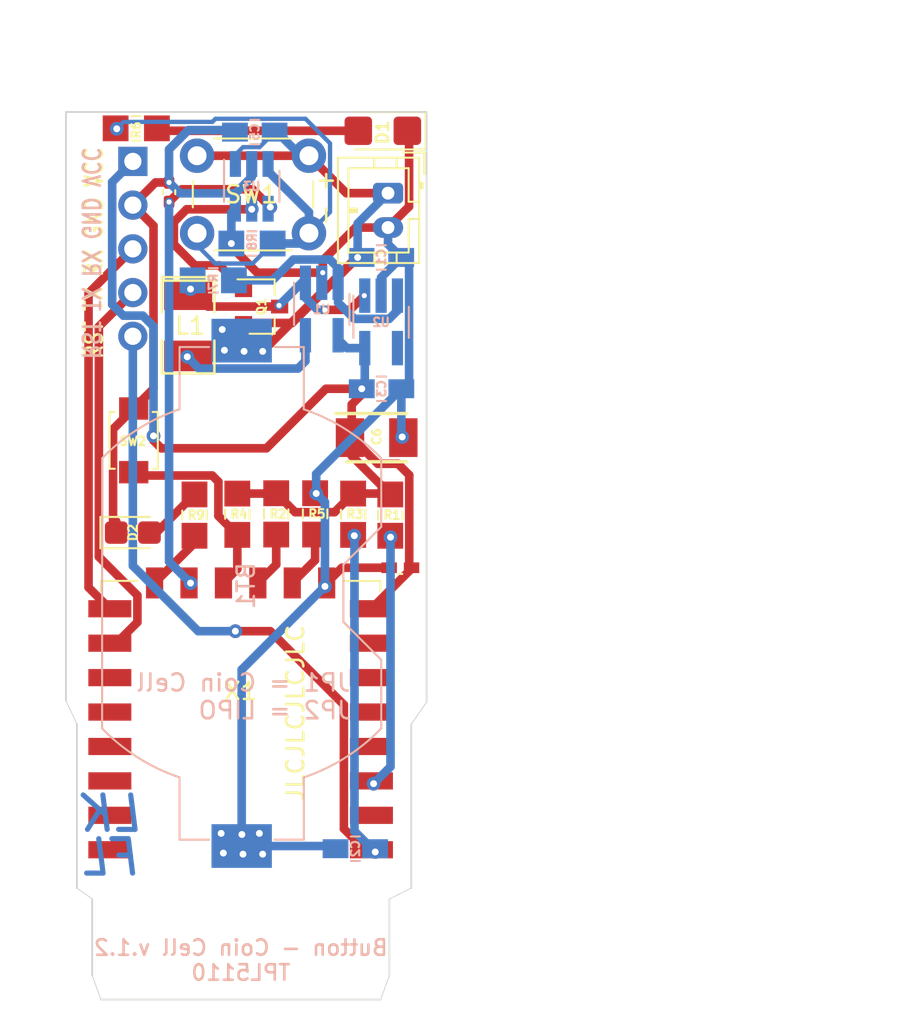
<source format=kicad_pcb>
(kicad_pcb (version 20171130) (host pcbnew "(5.1.9)-1")

  (general
    (thickness 1.6)
    (drawings 29)
    (tracks 220)
    (zones 0)
    (modules 29)
    (nets 20)
  )

  (page A4)
  (layers
    (0 F.Cu signal)
    (31 B.Cu signal)
    (32 B.Adhes user)
    (33 F.Adhes user hide)
    (34 B.Paste user)
    (35 F.Paste user)
    (36 B.SilkS user)
    (37 F.SilkS user)
    (38 B.Mask user)
    (39 F.Mask user)
    (40 Dwgs.User user)
    (41 Cmts.User user)
    (42 Eco1.User user)
    (43 Eco2.User user)
    (44 Edge.Cuts user)
    (45 Margin user)
    (46 B.CrtYd user hide)
    (47 F.CrtYd user)
    (48 B.Fab user hide)
    (49 F.Fab user)
  )

  (setup
    (last_trace_width 0.25)
    (user_trace_width 0.35)
    (user_trace_width 0.5)
    (trace_clearance 0.1)
    (zone_clearance 0.508)
    (zone_45_only no)
    (trace_min 0.2)
    (via_size 0.8)
    (via_drill 0.4)
    (via_min_size 0.4)
    (via_min_drill 0.3)
    (user_via 0.5 0.3)
    (uvia_size 0.3)
    (uvia_drill 0.1)
    (uvias_allowed no)
    (uvia_min_size 0.2)
    (uvia_min_drill 0.1)
    (edge_width 0.05)
    (segment_width 0.2)
    (pcb_text_width 0.3)
    (pcb_text_size 1.5 1.5)
    (mod_edge_width 0.12)
    (mod_text_size 1 1)
    (mod_text_width 0.15)
    (pad_size 1.524 1.524)
    (pad_drill 0.762)
    (pad_to_mask_clearance 0.051)
    (solder_mask_min_width 0.25)
    (aux_axis_origin 0 0)
    (visible_elements 7FFFFFFF)
    (pcbplotparams
      (layerselection 0x010fc_ffffffff)
      (usegerberextensions false)
      (usegerberattributes false)
      (usegerberadvancedattributes true)
      (creategerberjobfile false)
      (excludeedgelayer true)
      (linewidth 0.150000)
      (plotframeref false)
      (viasonmask false)
      (mode 1)
      (useauxorigin true)
      (hpglpennumber 1)
      (hpglpenspeed 20)
      (hpglpendiameter 15.000000)
      (psnegative false)
      (psa4output false)
      (plotreference true)
      (plotvalue true)
      (plotinvisibletext false)
      (padsonsilk false)
      (subtractmaskfromsilk false)
      (outputformat 1)
      (mirror false)
      (drillshape 0)
      (scaleselection 1)
      (outputdirectory "Gerber/"))
  )

  (net 0 "")
  (net 1 /VCC)
  (net 2 /GND)
  (net 3 /RST)
  (net 4 /RX)
  (net 5 /TX)
  (net 6 /EN)
  (net 7 /GPIO2)
  (net 8 /GPIO0)
  (net 9 "Net-(BT1-Pad1)")
  (net 10 "Net-(L1-Pad2)")
  (net 11 /GPIO15)
  (net 12 "Net-(R7-Pad2)")
  (net 13 /GPIO4)
  (net 14 "Net-(D2-Pad2)")
  (net 15 /GPIO5)
  (net 16 "Net-(D1-Pad2)")
  (net 17 "Net-(R6-Pad2)")
  (net 18 "Net-(L1-Pad1)")
  (net 19 "Net-(Q1-Pad1)")

  (net_class Default "This is the default net class."
    (clearance 0.1)
    (trace_width 0.25)
    (via_dia 0.8)
    (via_drill 0.4)
    (uvia_dia 0.3)
    (uvia_drill 0.1)
    (add_net /EN)
    (add_net /GND)
    (add_net /GPIO0)
    (add_net /GPIO15)
    (add_net /GPIO2)
    (add_net /GPIO4)
    (add_net /GPIO5)
    (add_net /RST)
    (add_net /RX)
    (add_net /TX)
    (add_net /VCC)
    (add_net "Net-(BT1-Pad1)")
    (add_net "Net-(D1-Pad2)")
    (add_net "Net-(D2-Pad2)")
    (add_net "Net-(L1-Pad1)")
    (add_net "Net-(L1-Pad2)")
    (add_net "Net-(Q1-Pad1)")
    (add_net "Net-(R6-Pad2)")
    (add_net "Net-(R7-Pad2)")
  )

  (module Connector_JST:JST_PH_B2B-PH-K_1x02_P2.00mm_Vertical (layer F.Cu) (tedit 5B7745C2) (tstamp 603267B2)
    (at 134.28472 55.51424 270)
    (descr "JST PH series connector, B2B-PH-K (http://www.jst-mfg.com/product/pdf/eng/ePH.pdf), generated with kicad-footprint-generator")
    (tags "connector JST PH side entry")
    (path /602FBA1B)
    (fp_text reference BT2 (at 0.3048 -2.6162 90) (layer F.SilkS) hide
      (effects (font (size 1 1) (thickness 0.15)))
    )
    (fp_text value Battery_Cell (at 1 4 90) (layer F.Fab)
      (effects (font (size 1 1) (thickness 0.15)))
    )
    (fp_line (start 4.45 -2.2) (end -2.45 -2.2) (layer F.CrtYd) (width 0.05))
    (fp_line (start 4.45 3.3) (end 4.45 -2.2) (layer F.CrtYd) (width 0.05))
    (fp_line (start -2.45 3.3) (end 4.45 3.3) (layer F.CrtYd) (width 0.05))
    (fp_line (start -2.45 -2.2) (end -2.45 3.3) (layer F.CrtYd) (width 0.05))
    (fp_line (start 3.95 -1.7) (end -1.95 -1.7) (layer F.Fab) (width 0.1))
    (fp_line (start 3.95 2.8) (end 3.95 -1.7) (layer F.Fab) (width 0.1))
    (fp_line (start -1.95 2.8) (end 3.95 2.8) (layer F.Fab) (width 0.1))
    (fp_line (start -1.95 -1.7) (end -1.95 2.8) (layer F.Fab) (width 0.1))
    (fp_line (start -2.36 -2.11) (end -2.36 -0.86) (layer F.Fab) (width 0.1))
    (fp_line (start -1.11 -2.11) (end -2.36 -2.11) (layer F.Fab) (width 0.1))
    (fp_line (start -2.36 -2.11) (end -2.36 -0.86) (layer F.SilkS) (width 0.12))
    (fp_line (start -1.11 -2.11) (end -2.36 -2.11) (layer F.SilkS) (width 0.12))
    (fp_line (start 1 2.3) (end 1 1.8) (layer F.SilkS) (width 0.12))
    (fp_line (start 1.1 1.8) (end 1.1 2.3) (layer F.SilkS) (width 0.12))
    (fp_line (start 0.9 1.8) (end 1.1 1.8) (layer F.SilkS) (width 0.12))
    (fp_line (start 0.9 2.3) (end 0.9 1.8) (layer F.SilkS) (width 0.12))
    (fp_line (start 4.06 0.8) (end 3.45 0.8) (layer F.SilkS) (width 0.12))
    (fp_line (start 4.06 -0.5) (end 3.45 -0.5) (layer F.SilkS) (width 0.12))
    (fp_line (start -2.06 0.8) (end -1.45 0.8) (layer F.SilkS) (width 0.12))
    (fp_line (start -2.06 -0.5) (end -1.45 -0.5) (layer F.SilkS) (width 0.12))
    (fp_line (start 1.5 -1.2) (end 1.5 -1.81) (layer F.SilkS) (width 0.12))
    (fp_line (start 3.45 -1.2) (end 1.5 -1.2) (layer F.SilkS) (width 0.12))
    (fp_line (start 3.45 2.3) (end 3.45 -1.2) (layer F.SilkS) (width 0.12))
    (fp_line (start -1.45 2.3) (end 3.45 2.3) (layer F.SilkS) (width 0.12))
    (fp_line (start -1.45 -1.2) (end -1.45 2.3) (layer F.SilkS) (width 0.12))
    (fp_line (start 0.5 -1.2) (end -1.45 -1.2) (layer F.SilkS) (width 0.12))
    (fp_line (start 0.5 -1.81) (end 0.5 -1.2) (layer F.SilkS) (width 0.12))
    (fp_line (start -0.3 -1.91) (end -0.6 -1.91) (layer F.SilkS) (width 0.12))
    (fp_line (start -0.6 -2.01) (end -0.6 -1.81) (layer F.SilkS) (width 0.12))
    (fp_line (start -0.3 -2.01) (end -0.6 -2.01) (layer F.SilkS) (width 0.12))
    (fp_line (start -0.3 -1.81) (end -0.3 -2.01) (layer F.SilkS) (width 0.12))
    (fp_line (start 4.06 -1.81) (end -2.06 -1.81) (layer F.SilkS) (width 0.12))
    (fp_line (start 4.06 2.91) (end 4.06 -1.81) (layer F.SilkS) (width 0.12))
    (fp_line (start -2.06 2.91) (end 4.06 2.91) (layer F.SilkS) (width 0.12))
    (fp_line (start -2.06 -1.81) (end -2.06 2.91) (layer F.SilkS) (width 0.12))
    (fp_text user %R (at 1 1.5 90) (layer F.Fab)
      (effects (font (size 1 1) (thickness 0.15)))
    )
    (pad 2 thru_hole oval (at 2 0 270) (size 1.2 1.75) (drill 0.75) (layers *.Cu *.Mask)
      (net 2 /GND))
    (pad 1 thru_hole roundrect (at 0 0 270) (size 1.2 1.75) (drill 0.75) (layers *.Cu *.Mask) (roundrect_rratio 0.2083325)
      (net 9 "Net-(BT1-Pad1)"))
    (model ${KISYS3DMOD}/Connector_JST.3dshapes/JST_PH_B2B-PH-K_1x02_P2.00mm_Vertical.wrl
      (at (xyz 0 0 0))
      (scale (xyz 1 1 1))
      (rotate (xyz 0 0 0))
    )
  )

  (module handsolder:SOT-23 (layer F.Cu) (tedit 6035930F) (tstamp 60352D97)
    (at 126.9365 62.103)
    (descr "SOT-23, Standard")
    (tags SOT-23)
    (path /60375658)
    (attr smd)
    (fp_text reference Q1 (at 0 0 90) (layer F.SilkS)
      (effects (font (size 0.5 0.5) (thickness 0.125)))
    )
    (fp_text value TSM2301ACX (at 0 2.5) (layer F.Fab)
      (effects (font (size 1 1) (thickness 0.15)))
    )
    (fp_line (start 0.76 1.58) (end -0.7 1.58) (layer F.SilkS) (width 0.12))
    (fp_line (start 0.76 -1.58) (end -1.4 -1.58) (layer F.SilkS) (width 0.12))
    (fp_line (start -1.7 1.75) (end -1.7 -1.75) (layer F.CrtYd) (width 0.05))
    (fp_line (start 1.7 1.75) (end -1.7 1.75) (layer F.CrtYd) (width 0.05))
    (fp_line (start 1.7 -1.75) (end 1.7 1.75) (layer F.CrtYd) (width 0.05))
    (fp_line (start -1.7 -1.75) (end 1.7 -1.75) (layer F.CrtYd) (width 0.05))
    (fp_line (start 0.76 -1.58) (end 0.76 -0.65) (layer F.SilkS) (width 0.12))
    (fp_line (start 0.76 1.58) (end 0.76 0.65) (layer F.SilkS) (width 0.12))
    (fp_line (start -0.7 1.52) (end 0.7 1.52) (layer F.Fab) (width 0.1))
    (fp_line (start 0.7 -1.52) (end 0.7 1.52) (layer F.Fab) (width 0.1))
    (fp_line (start -0.7 -0.95) (end -0.15 -1.52) (layer F.Fab) (width 0.1))
    (fp_line (start -0.15 -1.52) (end 0.7 -1.52) (layer F.Fab) (width 0.1))
    (fp_line (start -0.7 -0.95) (end -0.7 1.5) (layer F.Fab) (width 0.1))
    (fp_text user %R (at 0 0 90) (layer F.Fab)
      (effects (font (size 0.5 0.5) (thickness 0.075)))
    )
    (pad 3 smd rect (at 1.05 0) (size 1 0.8) (layers F.Cu F.Paste F.Mask)
      (net 18 "Net-(L1-Pad1)"))
    (pad 2 smd rect (at -1.05 0.95) (size 1 0.8) (layers F.Cu F.Paste F.Mask)
      (net 9 "Net-(BT1-Pad1)"))
    (pad 1 smd rect (at -1.05 -0.95) (size 1 0.8) (layers F.Cu F.Paste F.Mask)
      (net 19 "Net-(Q1-Pad1)"))
    (model ${KISYS3DMOD}/Package_TO_SOT_SMD.3dshapes/SOT-23.wrl
      (at (xyz 0 0 0))
      (scale (xyz 1 1 1))
      (rotate (xyz 0 0 0))
    )
  )

  (module handsolder:LED_0805_2012Metric_Castellated_mod (layer F.Cu) (tedit 60359125) (tstamp 6032680B)
    (at 119.4562 75.2348)
    (descr "LED SMD 0805 (2012 Metric), castellated end terminal, IPC_7351 nominal, (Body size source: https://docs.google.com/spreadsheets/d/1BsfQQcO9C6DZCsRaXUlFlo91Tg2WpOkGARC1WS5S8t0/edit?usp=sharing), generated with kicad-footprint-generator")
    (tags "LED castellated")
    (path /6032747F)
    (attr smd)
    (fp_text reference D2 (at 0 0 90) (layer F.SilkS)
      (effects (font (size 0.5 0.5) (thickness 0.125)))
    )
    (fp_text value LED (at 0 1.6 -180) (layer F.Fab)
      (effects (font (size 1 1) (thickness 0.15)))
    )
    (fp_line (start 1.88 0.9) (end -1.88 0.9) (layer F.CrtYd) (width 0.05))
    (fp_line (start 1.88 -0.9) (end 1.88 0.9) (layer F.CrtYd) (width 0.05))
    (fp_line (start -1.88 -0.9) (end 1.88 -0.9) (layer F.CrtYd) (width 0.05))
    (fp_line (start -1.88 0.9) (end -1.88 -0.9) (layer F.CrtYd) (width 0.05))
    (fp_line (start -1.885 0.91) (end 1 0.91) (layer F.SilkS) (width 0.12))
    (fp_line (start -1.885 -0.91) (end -1.885 0.91) (layer F.SilkS) (width 0.12))
    (fp_line (start 1 -0.91) (end -1.885 -0.91) (layer F.SilkS) (width 0.12))
    (fp_line (start 1 0.6) (end 1 -0.6) (layer F.Fab) (width 0.1))
    (fp_line (start -1 0.6) (end 1 0.6) (layer F.Fab) (width 0.1))
    (fp_line (start -1 -0.3) (end -1 0.6) (layer F.Fab) (width 0.1))
    (fp_line (start -0.7 -0.6) (end -1 -0.3) (layer F.Fab) (width 0.1))
    (fp_line (start 1 -0.6) (end -0.7 -0.6) (layer F.Fab) (width 0.1))
    (fp_text user %R (at 0 0 -180) (layer F.Fab)
      (effects (font (size 0.5 0.5) (thickness 0.08)))
    )
    (pad 2 smd roundrect (at 0.9625 0) (size 1.325 1.3) (layers F.Cu F.Paste F.Mask) (roundrect_rratio 0.1923076923076923)
      (net 14 "Net-(D2-Pad2)"))
    (pad 1 smd roundrect (at -0.9625 0) (size 1.325 1.3) (layers F.Cu F.Paste F.Mask) (roundrect_rratio 0.1923076923076923)
      (net 2 /GND))
    (model ${KISYS3DMOD}/LED_SMD.3dshapes/LED_0805_2012Metric_Castellated.wrl
      (at (xyz 0 0 0))
      (scale (xyz 1 1 1))
      (rotate (xyz 0 0 0))
    )
  )

  (module handsolder:C_0402_1005Metric_Pad0.74x0.62mm_HandSoldermod (layer F.Cu) (tedit 6036714F) (tstamp 6036D067)
    (at 135.001 77.27696 180)
    (descr "Capacitor SMD 0402 (1005 Metric), square (rectangular) end terminal, IPC_7351 nominal with elongated pad for handsoldering. (Body size source: IPC-SM-782 page 76, https://www.pcb-3d.com/wordpress/wp-content/uploads/ipc-sm-782a_amendment_1_and_2.pdf), generated with kicad-footprint-generator")
    (tags "capacitor handsolder")
    (path /6036880A)
    (attr smd)
    (fp_text reference C7 (at 0 0) (layer F.SilkS) hide
      (effects (font (size 0.5 0.5) (thickness 0.125)))
    )
    (fp_text value 100nF (at 0 1.16) (layer F.Fab)
      (effects (font (size 1 1) (thickness 0.15)))
    )
    (fp_line (start 1.08 0.46) (end -1.08 0.46) (layer F.CrtYd) (width 0.05))
    (fp_line (start 1.08 -0.46) (end 1.08 0.46) (layer F.CrtYd) (width 0.05))
    (fp_line (start -1.08 -0.46) (end 1.08 -0.46) (layer F.CrtYd) (width 0.05))
    (fp_line (start -1.08 0.46) (end -1.08 -0.46) (layer F.CrtYd) (width 0.05))
    (fp_line (start -0.115835 -0.36) (end 0.115835 -0.36) (layer F.SilkS) (width 0.12))
    (fp_line (start 0.5 0.25) (end -0.5 0.25) (layer F.Fab) (width 0.1))
    (fp_line (start 0.5 -0.25) (end 0.5 0.25) (layer F.Fab) (width 0.1))
    (fp_line (start -0.5 -0.25) (end 0.5 -0.25) (layer F.Fab) (width 0.1))
    (fp_line (start -0.5 0.25) (end -0.5 -0.25) (layer F.Fab) (width 0.1))
    (fp_text user %R (at 0 0) (layer F.Fab)
      (effects (font (size 0.25 0.25) (thickness 0.04)))
    )
    (pad 2 smd rect (at 0.65 0 180) (size 0.9 0.62) (layers F.Cu F.Paste F.Mask)
      (net 2 /GND))
    (pad 1 smd rect (at -0.65 0 180) (size 0.9 0.62) (layers F.Cu F.Paste F.Mask)
      (net 1 /VCC))
    (model ${KISYS3DMOD}/Capacitor_SMD.3dshapes/C_0402_1005Metric.wrl
      (at (xyz 0 0 0))
      (scale (xyz 1 1 1))
      (rotate (xyz 0 0 0))
    )
  )

  (module SamacSys_Parts:CAPPM3528X210N (layer F.Cu) (tedit 60364A5B) (tstamp 60368C4F)
    (at 133.62432 69.71792)
    (descr T495B-10)
    (tags "Capacitor Polarised")
    (path /60364890)
    (attr smd)
    (fp_text reference C6 (at 0 -0.05 270) (layer F.SilkS)
      (effects (font (size 0.5 0.5) (thickness 0.125)))
    )
    (fp_text value TAJB476M010TNJ (at 0 0 180) (layer F.SilkS) hide
      (effects (font (size 1.27 1.27) (thickness 0.254)))
    )
    (fp_line (start -1.75 1.4) (end 1.75 1.4) (layer F.SilkS) (width 0.2))
    (fp_line (start 1.75 -1.4) (end -2.375 -1.4) (layer F.SilkS) (width 0.2))
    (fp_line (start -1.75 -0.575) (end -0.925 -1.4) (layer F.Fab) (width 0.1))
    (fp_line (start -1.75 1.4) (end -1.75 -1.4) (layer F.Fab) (width 0.1))
    (fp_line (start 1.75 1.4) (end -1.75 1.4) (layer F.Fab) (width 0.1))
    (fp_line (start 1.75 -1.4) (end 1.75 1.4) (layer F.Fab) (width 0.1))
    (fp_line (start -1.75 -1.4) (end 1.75 -1.4) (layer F.Fab) (width 0.1))
    (fp_line (start -2.625 1.75) (end -2.625 -1.75) (layer F.CrtYd) (width 0.05))
    (fp_line (start 2.625 1.75) (end -2.625 1.75) (layer F.CrtYd) (width 0.05))
    (fp_line (start 2.625 -1.75) (end 2.625 1.75) (layer F.CrtYd) (width 0.05))
    (fp_line (start -2.625 -1.75) (end 2.625 -1.75) (layer F.CrtYd) (width 0.05))
    (fp_text user %R (at 0 0 180) (layer F.Fab)
      (effects (font (size 1.27 1.27) (thickness 0.254)))
    )
    (pad 2 smd rect (at 1.55 0) (size 1.65 2.25) (layers F.Cu F.Paste F.Mask)
      (net 2 /GND))
    (pad 1 smd rect (at -1.55 0) (size 1.65 2.25) (layers F.Cu F.Paste F.Mask)
      (net 1 /VCC))
    (model "C:\\Program Files\\KiCad\\SamacSys_Parts.3dshapes\\T495B476K006ATE450.stp"
      (at (xyz 0 0 0))
      (scale (xyz 1 1 1))
      (rotate (xyz 0 0 0))
    )
  )

  (module handsolder:SOT-23-6handsoldering (layer B.Cu) (tedit 603591F5) (tstamp 60352F89)
    (at 126.365 55.118 270)
    (descr "6-pin SOT-23 package")
    (tags SOT-23-6)
    (path /60354F1C)
    (attr smd)
    (fp_text reference U3 (at 0 0 180) (layer B.SilkS)
      (effects (font (size 0.5 0.5) (thickness 0.125)) (justify mirror))
    )
    (fp_text value TPL5110 (at 0 -2.9 270) (layer B.Fab)
      (effects (font (size 1 1) (thickness 0.15)) (justify mirror))
    )
    (fp_line (start 0.9 1.55) (end 0.9 -1.55) (layer B.Fab) (width 0.1))
    (fp_line (start 0.9 -1.55) (end -0.9 -1.55) (layer B.Fab) (width 0.1))
    (fp_line (start -0.9 0.9) (end -0.9 -1.55) (layer B.Fab) (width 0.1))
    (fp_line (start 0.9 1.55) (end -0.25 1.55) (layer B.Fab) (width 0.1))
    (fp_line (start -0.9 0.9) (end -0.25 1.55) (layer B.Fab) (width 0.1))
    (fp_line (start -1.9 1.8) (end -1.9 -1.8) (layer B.CrtYd) (width 0.05))
    (fp_line (start -1.9 -1.8) (end 1.9 -1.8) (layer B.CrtYd) (width 0.05))
    (fp_line (start 1.9 -1.8) (end 1.9 1.8) (layer B.CrtYd) (width 0.05))
    (fp_line (start 1.9 1.8) (end -1.9 1.8) (layer B.CrtYd) (width 0.05))
    (fp_line (start 0.9 1.61) (end -1.55 1.61) (layer B.SilkS) (width 0.12))
    (fp_line (start -0.9 -1.61) (end 0.9 -1.61) (layer B.SilkS) (width 0.12))
    (fp_text user %R (at 0 0) (layer B.Fab)
      (effects (font (size 0.5 0.5) (thickness 0.075)) (justify mirror))
    )
    (pad 5 smd rect (at 1.3 0 270) (size 1.5 0.65) (layers B.Cu B.Paste B.Mask)
      (net 19 "Net-(Q1-Pad1)"))
    (pad 6 smd rect (at 1.3 0.95 270) (size 1.5 0.65) (layers B.Cu B.Paste B.Mask)
      (net 2 /GND))
    (pad 4 smd rect (at 1.3 -0.95 270) (size 1.5 0.65) (layers B.Cu B.Paste B.Mask)
      (net 13 /GPIO4))
    (pad 3 smd rect (at -1.3 -0.95 270) (size 1.5 0.65) (layers B.Cu B.Paste B.Mask)
      (net 17 "Net-(R6-Pad2)"))
    (pad 2 smd rect (at -1.3 0 270) (size 1.5 0.65) (layers B.Cu B.Paste B.Mask)
      (net 2 /GND))
    (pad 1 smd rect (at -1.3 0.95 270) (size 1.5 0.65) (layers B.Cu B.Paste B.Mask)
      (net 9 "Net-(BT1-Pad1)"))
    (model ${KISYS3DMOD}/Package_TO_SOT_SMD.3dshapes/SOT-23-6.wrl
      (at (xyz 0 0 0))
      (scale (xyz 1 1 1))
      (rotate (xyz 0 0 0))
    )
  )

  (module handsolder:SOT-23-5_HandSolderingmod (layer B.Cu) (tedit 6035922E) (tstamp 60329F06)
    (at 130.43408 62.27064 270)
    (descr "5-pin SOT23 package")
    (tags "SOT-23-5 hand-soldering")
    (path /6033543B)
    (attr smd)
    (fp_text reference U1 (at 0 0 180) (layer B.SilkS)
      (effects (font (size 0.5 0.5) (thickness 0.125)) (justify mirror))
    )
    (fp_text value TPS61097A (at 10.287 -1.143 90) (layer B.SilkS) hide
      (effects (font (size 1 1) (thickness 0.15)) (justify mirror))
    )
    (fp_line (start 2.38 -1.8) (end -2.38 -1.8) (layer B.CrtYd) (width 0.05))
    (fp_line (start 2.38 -1.8) (end 2.38 1.8) (layer B.CrtYd) (width 0.05))
    (fp_line (start -2.38 1.8) (end -2.38 -1.8) (layer B.CrtYd) (width 0.05))
    (fp_line (start -2.38 1.8) (end 2.38 1.8) (layer B.CrtYd) (width 0.05))
    (fp_line (start 0.9 1.55) (end 0.9 -1.55) (layer B.Fab) (width 0.1))
    (fp_line (start 0.9 -1.55) (end -0.9 -1.55) (layer B.Fab) (width 0.1))
    (fp_line (start -0.9 0.9) (end -0.9 -1.55) (layer B.Fab) (width 0.1))
    (fp_line (start 0.9 1.55) (end -0.25 1.55) (layer B.Fab) (width 0.1))
    (fp_line (start -0.9 0.9) (end -0.25 1.55) (layer B.Fab) (width 0.1))
    (fp_line (start 0.9 1.61) (end -1.55 1.61) (layer B.SilkS) (width 0.12))
    (fp_line (start -0.9 -1.61) (end 0.9 -1.61) (layer B.SilkS) (width 0.12))
    (fp_text user %R (at 0 0) (layer B.Fab)
      (effects (font (size 0.5 0.5) (thickness 0.075)) (justify mirror))
    )
    (pad 5 smd rect (at 1.5 0.95 270) (size 2 0.65) (layers B.Cu B.Paste B.Mask)
      (net 10 "Net-(L1-Pad2)"))
    (pad 4 smd rect (at 1.5 -0.95 270) (size 2 0.65) (layers B.Cu B.Paste B.Mask)
      (net 1 /VCC))
    (pad 3 smd rect (at -1.55 -0.95 270) (size 2 0.65) (layers B.Cu B.Paste B.Mask)
      (net 12 "Net-(R7-Pad2)"))
    (pad 2 smd trapezoid (at -1.55 0 270) (size 2 0.65) (layers B.Cu B.Paste B.Mask)
      (net 2 /GND))
    (pad 1 smd rect (at -1.55 0.95 270) (size 2 0.65) (layers B.Cu B.Paste B.Mask)
      (net 18 "Net-(L1-Pad1)"))
    (model ${KISYS3DMOD}/Package_TO_SOT_SMD.3dshapes/SOT-23-5.wrl
      (at (xyz 0 0 0))
      (scale (xyz 1 1 1))
      (rotate (xyz 0 0 0))
    )
  )

  (module handsolder:SOT-23-5_HandSolderingmod (layer B.Cu) (tedit 6035922E) (tstamp 60326955)
    (at 133.8834 63.0174 270)
    (descr "5-pin SOT23 package")
    (tags "SOT-23-5 hand-soldering")
    (path /602F5FBE)
    (attr smd)
    (fp_text reference U2 (at 0 0 180) (layer B.SilkS)
      (effects (font (size 0.5 0.5) (thickness 0.125)) (justify mirror))
    )
    (fp_text value AP2112K-3.3 (at 10.287 -1.143 90) (layer B.SilkS) hide
      (effects (font (size 1 1) (thickness 0.15)) (justify mirror))
    )
    (fp_line (start 2.38 -1.8) (end -2.38 -1.8) (layer B.CrtYd) (width 0.05))
    (fp_line (start 2.38 -1.8) (end 2.38 1.8) (layer B.CrtYd) (width 0.05))
    (fp_line (start -2.38 1.8) (end -2.38 -1.8) (layer B.CrtYd) (width 0.05))
    (fp_line (start -2.38 1.8) (end 2.38 1.8) (layer B.CrtYd) (width 0.05))
    (fp_line (start 0.9 1.55) (end 0.9 -1.55) (layer B.Fab) (width 0.1))
    (fp_line (start 0.9 -1.55) (end -0.9 -1.55) (layer B.Fab) (width 0.1))
    (fp_line (start -0.9 0.9) (end -0.9 -1.55) (layer B.Fab) (width 0.1))
    (fp_line (start 0.9 1.55) (end -0.25 1.55) (layer B.Fab) (width 0.1))
    (fp_line (start -0.9 0.9) (end -0.25 1.55) (layer B.Fab) (width 0.1))
    (fp_line (start 0.9 1.61) (end -1.55 1.61) (layer B.SilkS) (width 0.12))
    (fp_line (start -0.9 -1.61) (end 0.9 -1.61) (layer B.SilkS) (width 0.12))
    (fp_text user %R (at 0 0) (layer B.Fab)
      (effects (font (size 0.5 0.5) (thickness 0.075)) (justify mirror))
    )
    (pad 5 smd rect (at 1.5 0.95 270) (size 2 0.65) (layers B.Cu B.Paste B.Mask)
      (net 1 /VCC))
    (pad 4 smd rect (at 1.5 -0.95 270) (size 2 0.65) (layers B.Cu B.Paste B.Mask))
    (pad 3 smd rect (at -1.55 -0.95 270) (size 2 0.65) (layers B.Cu B.Paste B.Mask)
      (net 12 "Net-(R7-Pad2)"))
    (pad 2 smd trapezoid (at -1.55 0 270) (size 2 0.65) (layers B.Cu B.Paste B.Mask)
      (net 2 /GND))
    (pad 1 smd rect (at -1.55 0.95 270) (size 2 0.65) (layers B.Cu B.Paste B.Mask)
      (net 18 "Net-(L1-Pad1)"))
    (model ${KISYS3DMOD}/Package_TO_SOT_SMD.3dshapes/SOT-23-5.wrl
      (at (xyz 0 0 0))
      (scale (xyz 1 1 1))
      (rotate (xyz 0 0 0))
    )
  )

  (module handsolder:C_0805_2012handsodermod (layer B.Cu) (tedit 603591CC) (tstamp 6034EF3D)
    (at 126.54088 51.9684 180)
    (descr "Capacitor SMD 0805 (2012 Metric), square (rectangular) end terminal, IPC_7351 nominal with elongated pad for handsoldering. (Body size source: https://docs.google.com/spreadsheets/d/1BsfQQcO9C6DZCsRaXUlFlo91Tg2WpOkGARC1WS5S8t0/edit?usp=sharing), generated with kicad-footprint-generator")
    (tags "capacitor handsolder")
    (path /6034F848)
    (attr smd)
    (fp_text reference C5 (at 0 0 270) (layer B.SilkS)
      (effects (font (size 0.5 0.5) (thickness 0.125)) (justify mirror))
    )
    (fp_text value 100nF (at 0 -1.65) (layer B.Fab) hide
      (effects (font (size 1 1) (thickness 0.15)) (justify mirror))
    )
    (fp_line (start 2.05 -0.95) (end -2 -0.95) (layer B.CrtYd) (width 0.05))
    (fp_line (start 2.05 0.95) (end 2.05 -0.95) (layer B.CrtYd) (width 0.05))
    (fp_line (start -2 0.95) (end 2.05 0.95) (layer B.CrtYd) (width 0.05))
    (fp_line (start -2 -0.95) (end -2 0.95) (layer B.CrtYd) (width 0.05))
    (fp_line (start -0.261252 -0.71) (end 0.261252 -0.71) (layer B.SilkS) (width 0.12))
    (fp_line (start -0.261252 0.71) (end 0.261252 0.71) (layer B.SilkS) (width 0.12))
    (fp_line (start 1 -0.6) (end -1 -0.6) (layer B.Fab) (width 0.1))
    (fp_line (start 1 0.6) (end 1 -0.6) (layer B.Fab) (width 0.1))
    (fp_line (start -1 0.6) (end 1 0.6) (layer B.Fab) (width 0.1))
    (fp_line (start -1 -0.6) (end -1 0.6) (layer B.Fab) (width 0.1))
    (fp_text user %R (at 0 0) (layer B.Fab)
      (effects (font (size 0.5 0.5) (thickness 0.08)) (justify mirror))
    )
    (pad 2 smd rect (at 1.15 0 180) (size 1.5 1.1) (layers B.Cu B.Paste B.Mask)
      (net 2 /GND))
    (pad 1 smd rect (at -1.15 0 180) (size 1.5 1.1) (layers B.Cu B.Paste B.Mask)
      (net 9 "Net-(BT1-Pad1)"))
    (model ${KISYS3DMOD}/Capacitor_SMD.3dshapes/C_0805_2012Metric.wrl
      (at (xyz 0 0 0))
      (scale (xyz 1 1 1))
      (rotate (xyz 0 0 0))
    )
  )

  (module handsolder:C_0805_2012handsodermod (layer B.Cu) (tedit 603591CC) (tstamp 603267C3)
    (at 133.9 59.25 180)
    (descr "Capacitor SMD 0805 (2012 Metric), square (rectangular) end terminal, IPC_7351 nominal with elongated pad for handsoldering. (Body size source: https://docs.google.com/spreadsheets/d/1BsfQQcO9C6DZCsRaXUlFlo91Tg2WpOkGARC1WS5S8t0/edit?usp=sharing), generated with kicad-footprint-generator")
    (tags "capacitor handsolder")
    (path /602D0C1F)
    (attr smd)
    (fp_text reference C1 (at 0 0 270) (layer B.SilkS)
      (effects (font (size 0.5 0.5) (thickness 0.125)) (justify mirror))
    )
    (fp_text value 10uF (at 0 -1.65) (layer B.Fab) hide
      (effects (font (size 1 1) (thickness 0.15)) (justify mirror))
    )
    (fp_line (start 2.05 -0.95) (end -2 -0.95) (layer B.CrtYd) (width 0.05))
    (fp_line (start 2.05 0.95) (end 2.05 -0.95) (layer B.CrtYd) (width 0.05))
    (fp_line (start -2 0.95) (end 2.05 0.95) (layer B.CrtYd) (width 0.05))
    (fp_line (start -2 -0.95) (end -2 0.95) (layer B.CrtYd) (width 0.05))
    (fp_line (start -0.261252 -0.71) (end 0.261252 -0.71) (layer B.SilkS) (width 0.12))
    (fp_line (start -0.261252 0.71) (end 0.261252 0.71) (layer B.SilkS) (width 0.12))
    (fp_line (start 1 -0.6) (end -1 -0.6) (layer B.Fab) (width 0.1))
    (fp_line (start 1 0.6) (end 1 -0.6) (layer B.Fab) (width 0.1))
    (fp_line (start -1 0.6) (end 1 0.6) (layer B.Fab) (width 0.1))
    (fp_line (start -1 -0.6) (end -1 0.6) (layer B.Fab) (width 0.1))
    (fp_text user %R (at 0 0) (layer B.Fab)
      (effects (font (size 0.5 0.5) (thickness 0.08)) (justify mirror))
    )
    (pad 2 smd rect (at 1.15 0 180) (size 1.5 1.1) (layers B.Cu B.Paste B.Mask)
      (net 9 "Net-(BT1-Pad1)"))
    (pad 1 smd rect (at -1.15 0 180) (size 1.5 1.1) (layers B.Cu B.Paste B.Mask)
      (net 2 /GND))
    (model ${KISYS3DMOD}/Capacitor_SMD.3dshapes/C_0805_2012Metric.wrl
      (at (xyz 0 0 0))
      (scale (xyz 1 1 1))
      (rotate (xyz 0 0 0))
    )
  )

  (module handsolder:C_0805_2012handsodermod (layer B.Cu) (tedit 603591CC) (tstamp 603267E5)
    (at 133.9088 66.8782)
    (descr "Capacitor SMD 0805 (2012 Metric), square (rectangular) end terminal, IPC_7351 nominal with elongated pad for handsoldering. (Body size source: https://docs.google.com/spreadsheets/d/1BsfQQcO9C6DZCsRaXUlFlo91Tg2WpOkGARC1WS5S8t0/edit?usp=sharing), generated with kicad-footprint-generator")
    (tags "capacitor handsolder")
    (path /602E3D4A)
    (attr smd)
    (fp_text reference C3 (at 0 0 -90) (layer B.SilkS)
      (effects (font (size 0.5 0.5) (thickness 0.125)) (justify mirror))
    )
    (fp_text value 10uF (at 0 -1.65) (layer B.Fab) hide
      (effects (font (size 1 1) (thickness 0.15)) (justify mirror))
    )
    (fp_line (start 2.05 -0.95) (end -2 -0.95) (layer B.CrtYd) (width 0.05))
    (fp_line (start 2.05 0.95) (end 2.05 -0.95) (layer B.CrtYd) (width 0.05))
    (fp_line (start -2 0.95) (end 2.05 0.95) (layer B.CrtYd) (width 0.05))
    (fp_line (start -2 -0.95) (end -2 0.95) (layer B.CrtYd) (width 0.05))
    (fp_line (start -0.261252 -0.71) (end 0.261252 -0.71) (layer B.SilkS) (width 0.12))
    (fp_line (start -0.261252 0.71) (end 0.261252 0.71) (layer B.SilkS) (width 0.12))
    (fp_line (start 1 -0.6) (end -1 -0.6) (layer B.Fab) (width 0.1))
    (fp_line (start 1 0.6) (end 1 -0.6) (layer B.Fab) (width 0.1))
    (fp_line (start -1 0.6) (end 1 0.6) (layer B.Fab) (width 0.1))
    (fp_line (start -1 -0.6) (end -1 0.6) (layer B.Fab) (width 0.1))
    (fp_text user %R (at 0 0) (layer B.Fab)
      (effects (font (size 0.5 0.5) (thickness 0.08)) (justify mirror))
    )
    (pad 2 smd rect (at 1.15 0) (size 1.5 1.1) (layers B.Cu B.Paste B.Mask)
      (net 2 /GND))
    (pad 1 smd rect (at -1.15 0) (size 1.5 1.1) (layers B.Cu B.Paste B.Mask)
      (net 1 /VCC))
    (model ${KISYS3DMOD}/Capacitor_SMD.3dshapes/C_0805_2012Metric.wrl
      (at (xyz 0 0 0))
      (scale (xyz 1 1 1))
      (rotate (xyz 0 0 0))
    )
  )

  (module handsolder:C_0805_2012handsodermod (layer B.Cu) (tedit 603591CC) (tstamp 603267D4)
    (at 132.3848 93.599)
    (descr "Capacitor SMD 0805 (2012 Metric), square (rectangular) end terminal, IPC_7351 nominal with elongated pad for handsoldering. (Body size source: https://docs.google.com/spreadsheets/d/1BsfQQcO9C6DZCsRaXUlFlo91Tg2WpOkGARC1WS5S8t0/edit?usp=sharing), generated with kicad-footprint-generator")
    (tags "capacitor handsolder")
    (path /602C896A)
    (attr smd)
    (fp_text reference C2 (at 0 0 -90) (layer B.SilkS)
      (effects (font (size 0.5 0.5) (thickness 0.125)) (justify mirror))
    )
    (fp_text value 100nF (at 0 -1.65) (layer B.Fab) hide
      (effects (font (size 1 1) (thickness 0.15)) (justify mirror))
    )
    (fp_line (start 2.05 -0.95) (end -2 -0.95) (layer B.CrtYd) (width 0.05))
    (fp_line (start 2.05 0.95) (end 2.05 -0.95) (layer B.CrtYd) (width 0.05))
    (fp_line (start -2 0.95) (end 2.05 0.95) (layer B.CrtYd) (width 0.05))
    (fp_line (start -2 -0.95) (end -2 0.95) (layer B.CrtYd) (width 0.05))
    (fp_line (start -0.261252 -0.71) (end 0.261252 -0.71) (layer B.SilkS) (width 0.12))
    (fp_line (start -0.261252 0.71) (end 0.261252 0.71) (layer B.SilkS) (width 0.12))
    (fp_line (start 1 -0.6) (end -1 -0.6) (layer B.Fab) (width 0.1))
    (fp_line (start 1 0.6) (end 1 -0.6) (layer B.Fab) (width 0.1))
    (fp_line (start -1 0.6) (end 1 0.6) (layer B.Fab) (width 0.1))
    (fp_line (start -1 -0.6) (end -1 0.6) (layer B.Fab) (width 0.1))
    (fp_text user %R (at 0 0) (layer B.Fab)
      (effects (font (size 0.5 0.5) (thickness 0.08)) (justify mirror))
    )
    (pad 2 smd rect (at 1.15 0) (size 1.5 1.1) (layers B.Cu B.Paste B.Mask)
      (net 3 /RST))
    (pad 1 smd rect (at -1.15 0) (size 1.5 1.1) (layers B.Cu B.Paste B.Mask)
      (net 2 /GND))
    (model ${KISYS3DMOD}/Capacitor_SMD.3dshapes/C_0805_2012Metric.wrl
      (at (xyz 0 0 0))
      (scale (xyz 1 1 1))
      (rotate (xyz 0 0 0))
    )
  )

  (module handsolder:R_0805_2012handsoldermod (layer F.Cu) (tedit 60358F22) (tstamp 603268F2)
    (at 123.0376 74.2188 270)
    (descr "Resistor SMD 0805 (2012 Metric), square (rectangular) end terminal, IPC_7351 nominal with elongated pad for handsoldering. (Body size source: https://docs.google.com/spreadsheets/d/1BsfQQcO9C6DZCsRaXUlFlo91Tg2WpOkGARC1WS5S8t0/edit?usp=sharing), generated with kicad-footprint-generator")
    (tags "resistor handsolder")
    (path /60325E7B)
    (attr smd)
    (fp_text reference R9 (at 0 -0.1) (layer F.SilkS)
      (effects (font (size 0.5 0.5) (thickness 0.125)))
    )
    (fp_text value 1k (at 0 1.65 90) (layer F.Fab) hide
      (effects (font (size 1 1) (thickness 0.15)))
    )
    (fp_line (start 2.05 0.95) (end -2.05 0.95) (layer F.CrtYd) (width 0.05))
    (fp_line (start 2.05 -0.95) (end 2.05 0.95) (layer F.CrtYd) (width 0.05))
    (fp_line (start -2.05 -0.95) (end 2.05 -0.95) (layer F.CrtYd) (width 0.05))
    (fp_line (start -2.05 0.95) (end -2.05 -0.95) (layer F.CrtYd) (width 0.05))
    (fp_line (start -0.261252 0.71) (end 0.261252 0.71) (layer F.SilkS) (width 0.12))
    (fp_line (start -0.261252 -0.71) (end 0.261252 -0.71) (layer F.SilkS) (width 0.12))
    (fp_line (start 1 0.6) (end -1 0.6) (layer F.Fab) (width 0.1))
    (fp_line (start 1 -0.6) (end 1 0.6) (layer F.Fab) (width 0.1))
    (fp_line (start -1 -0.6) (end 1 -0.6) (layer F.Fab) (width 0.1))
    (fp_line (start -1 0.6) (end -1 -0.6) (layer F.Fab) (width 0.1))
    (fp_text user %R (at 0 0 90) (layer F.Fab)
      (effects (font (size 0.5 0.5) (thickness 0.08)))
    )
    (pad 2 smd rect (at 1.2 0 270) (size 1.5 1.5) (layers F.Cu F.Paste F.Mask)
      (net 15 /GPIO5))
    (pad 1 smd rect (at -1.2 0 270) (size 1.5 1.5) (layers F.Cu F.Paste F.Mask)
      (net 14 "Net-(D2-Pad2)"))
    (model ${KISYS3DMOD}/Resistor_SMD.3dshapes/R_0805_2012Metric.wrl
      (at (xyz 0 0 0))
      (scale (xyz 1 1 1))
      (rotate (xyz 0 0 0))
    )
  )

  (module handsolder:R_0805_2012handsoldermod (layer B.Cu) (tedit 60358F22) (tstamp 603268E1)
    (at 126.38 58.44 180)
    (descr "Resistor SMD 0805 (2012 Metric), square (rectangular) end terminal, IPC_7351 nominal with elongated pad for handsoldering. (Body size source: https://docs.google.com/spreadsheets/d/1BsfQQcO9C6DZCsRaXUlFlo91Tg2WpOkGARC1WS5S8t0/edit?usp=sharing), generated with kicad-footprint-generator")
    (tags "resistor handsolder")
    (path /6031EA78)
    (attr smd)
    (fp_text reference R8 (at 0 0.1 270) (layer B.SilkS)
      (effects (font (size 0.5 0.5) (thickness 0.125)) (justify mirror))
    )
    (fp_text value 10k (at 0 -1.65) (layer B.Fab) hide
      (effects (font (size 1 1) (thickness 0.15)) (justify mirror))
    )
    (fp_line (start 2.05 -0.95) (end -2.05 -0.95) (layer B.CrtYd) (width 0.05))
    (fp_line (start 2.05 0.95) (end 2.05 -0.95) (layer B.CrtYd) (width 0.05))
    (fp_line (start -2.05 0.95) (end 2.05 0.95) (layer B.CrtYd) (width 0.05))
    (fp_line (start -2.05 -0.95) (end -2.05 0.95) (layer B.CrtYd) (width 0.05))
    (fp_line (start -0.261252 -0.71) (end 0.261252 -0.71) (layer B.SilkS) (width 0.12))
    (fp_line (start -0.261252 0.71) (end 0.261252 0.71) (layer B.SilkS) (width 0.12))
    (fp_line (start 1 -0.6) (end -1 -0.6) (layer B.Fab) (width 0.1))
    (fp_line (start 1 0.6) (end 1 -0.6) (layer B.Fab) (width 0.1))
    (fp_line (start -1 0.6) (end 1 0.6) (layer B.Fab) (width 0.1))
    (fp_line (start -1 -0.6) (end -1 0.6) (layer B.Fab) (width 0.1))
    (fp_text user %R (at 0 0) (layer B.Fab)
      (effects (font (size 0.5 0.5) (thickness 0.08)) (justify mirror))
    )
    (pad 2 smd rect (at 1.2 0 180) (size 1.5 1.5) (layers B.Cu B.Paste B.Mask)
      (net 2 /GND))
    (pad 1 smd rect (at -1.2 0 180) (size 1.5 1.5) (layers B.Cu B.Paste B.Mask)
      (net 17 "Net-(R6-Pad2)"))
    (model ${KISYS3DMOD}/Resistor_SMD.3dshapes/R_0805_2012Metric.wrl
      (at (xyz 0 0 0))
      (scale (xyz 1 1 1))
      (rotate (xyz 0 0 0))
    )
  )

  (module handsolder:R_0805_2012handsoldermod (layer B.Cu) (tedit 60358F22) (tstamp 603268D0)
    (at 124.1298 60.579)
    (descr "Resistor SMD 0805 (2012 Metric), square (rectangular) end terminal, IPC_7351 nominal with elongated pad for handsoldering. (Body size source: https://docs.google.com/spreadsheets/d/1BsfQQcO9C6DZCsRaXUlFlo91Tg2WpOkGARC1WS5S8t0/edit?usp=sharing), generated with kicad-footprint-generator")
    (tags "resistor handsolder")
    (path /602F7A06)
    (attr smd)
    (fp_text reference R7 (at 0 0.1 -90) (layer B.SilkS)
      (effects (font (size 0.5 0.5) (thickness 0.125)) (justify mirror))
    )
    (fp_text value 10k (at 0 -1.65) (layer B.Fab) hide
      (effects (font (size 1 1) (thickness 0.15)) (justify mirror))
    )
    (fp_line (start 2.05 -0.95) (end -2.05 -0.95) (layer B.CrtYd) (width 0.05))
    (fp_line (start 2.05 0.95) (end 2.05 -0.95) (layer B.CrtYd) (width 0.05))
    (fp_line (start -2.05 0.95) (end 2.05 0.95) (layer B.CrtYd) (width 0.05))
    (fp_line (start -2.05 -0.95) (end -2.05 0.95) (layer B.CrtYd) (width 0.05))
    (fp_line (start -0.261252 -0.71) (end 0.261252 -0.71) (layer B.SilkS) (width 0.12))
    (fp_line (start -0.261252 0.71) (end 0.261252 0.71) (layer B.SilkS) (width 0.12))
    (fp_line (start 1 -0.6) (end -1 -0.6) (layer B.Fab) (width 0.1))
    (fp_line (start 1 0.6) (end 1 -0.6) (layer B.Fab) (width 0.1))
    (fp_line (start -1 0.6) (end 1 0.6) (layer B.Fab) (width 0.1))
    (fp_line (start -1 -0.6) (end -1 0.6) (layer B.Fab) (width 0.1))
    (fp_text user %R (at 0 0) (layer B.Fab)
      (effects (font (size 0.5 0.5) (thickness 0.08)) (justify mirror))
    )
    (pad 2 smd rect (at 1.2 0) (size 1.5 1.5) (layers B.Cu B.Paste B.Mask)
      (net 12 "Net-(R7-Pad2)"))
    (pad 1 smd rect (at -1.2 0) (size 1.5 1.5) (layers B.Cu B.Paste B.Mask)
      (net 18 "Net-(L1-Pad1)"))
    (model ${KISYS3DMOD}/Resistor_SMD.3dshapes/R_0805_2012Metric.wrl
      (at (xyz 0 0 0))
      (scale (xyz 1 1 1))
      (rotate (xyz 0 0 0))
    )
  )

  (module handsolder:R_0805_2012handsoldermod (layer F.Cu) (tedit 60358F22) (tstamp 603268BF)
    (at 119.65432 51.74996 180)
    (descr "Resistor SMD 0805 (2012 Metric), square (rectangular) end terminal, IPC_7351 nominal with elongated pad for handsoldering. (Body size source: https://docs.google.com/spreadsheets/d/1BsfQQcO9C6DZCsRaXUlFlo91Tg2WpOkGARC1WS5S8t0/edit?usp=sharing), generated with kicad-footprint-generator")
    (tags "resistor handsolder")
    (path /602D454A)
    (attr smd)
    (fp_text reference R6 (at 0 -0.1 90) (layer F.SilkS)
      (effects (font (size 0.5 0.5) (thickness 0.125)))
    )
    (fp_text value 1k (at 0 1.65) (layer F.Fab) hide
      (effects (font (size 1 1) (thickness 0.15)))
    )
    (fp_line (start 2.05 0.95) (end -2.05 0.95) (layer F.CrtYd) (width 0.05))
    (fp_line (start 2.05 -0.95) (end 2.05 0.95) (layer F.CrtYd) (width 0.05))
    (fp_line (start -2.05 -0.95) (end 2.05 -0.95) (layer F.CrtYd) (width 0.05))
    (fp_line (start -2.05 0.95) (end -2.05 -0.95) (layer F.CrtYd) (width 0.05))
    (fp_line (start -0.261252 0.71) (end 0.261252 0.71) (layer F.SilkS) (width 0.12))
    (fp_line (start -0.261252 -0.71) (end 0.261252 -0.71) (layer F.SilkS) (width 0.12))
    (fp_line (start 1 0.6) (end -1 0.6) (layer F.Fab) (width 0.1))
    (fp_line (start 1 -0.6) (end 1 0.6) (layer F.Fab) (width 0.1))
    (fp_line (start -1 -0.6) (end 1 -0.6) (layer F.Fab) (width 0.1))
    (fp_line (start -1 0.6) (end -1 -0.6) (layer F.Fab) (width 0.1))
    (fp_text user %R (at 0 0) (layer F.Fab)
      (effects (font (size 0.5 0.5) (thickness 0.08)))
    )
    (pad 2 smd rect (at 1.2 0 180) (size 1.5 1.5) (layers F.Cu F.Paste F.Mask)
      (net 17 "Net-(R6-Pad2)"))
    (pad 1 smd rect (at -1.2 0 180) (size 1.5 1.5) (layers F.Cu F.Paste F.Mask)
      (net 16 "Net-(D1-Pad2)"))
    (model ${KISYS3DMOD}/Resistor_SMD.3dshapes/R_0805_2012Metric.wrl
      (at (xyz 0 0 0))
      (scale (xyz 1 1 1))
      (rotate (xyz 0 0 0))
    )
  )

  (module handsolder:R_0805_2012handsoldermod (layer F.Cu) (tedit 60358F22) (tstamp 603268AE)
    (at 130.048 74.1488 270)
    (descr "Resistor SMD 0805 (2012 Metric), square (rectangular) end terminal, IPC_7351 nominal with elongated pad for handsoldering. (Body size source: https://docs.google.com/spreadsheets/d/1BsfQQcO9C6DZCsRaXUlFlo91Tg2WpOkGARC1WS5S8t0/edit?usp=sharing), generated with kicad-footprint-generator")
    (tags "resistor handsolder")
    (path /602CA91E)
    (attr smd)
    (fp_text reference R5 (at 0 -0.1) (layer F.SilkS)
      (effects (font (size 0.5 0.5) (thickness 0.125)))
    )
    (fp_text value 4.7k (at 0 1.65 90) (layer F.Fab) hide
      (effects (font (size 1 1) (thickness 0.15)))
    )
    (fp_line (start 2.05 0.95) (end -2.05 0.95) (layer F.CrtYd) (width 0.05))
    (fp_line (start 2.05 -0.95) (end 2.05 0.95) (layer F.CrtYd) (width 0.05))
    (fp_line (start -2.05 -0.95) (end 2.05 -0.95) (layer F.CrtYd) (width 0.05))
    (fp_line (start -2.05 0.95) (end -2.05 -0.95) (layer F.CrtYd) (width 0.05))
    (fp_line (start -0.261252 0.71) (end 0.261252 0.71) (layer F.SilkS) (width 0.12))
    (fp_line (start -0.261252 -0.71) (end 0.261252 -0.71) (layer F.SilkS) (width 0.12))
    (fp_line (start 1 0.6) (end -1 0.6) (layer F.Fab) (width 0.1))
    (fp_line (start 1 -0.6) (end 1 0.6) (layer F.Fab) (width 0.1))
    (fp_line (start -1 -0.6) (end 1 -0.6) (layer F.Fab) (width 0.1))
    (fp_line (start -1 0.6) (end -1 -0.6) (layer F.Fab) (width 0.1))
    (fp_text user %R (at 0 0 90) (layer F.Fab)
      (effects (font (size 0.5 0.5) (thickness 0.08)))
    )
    (pad 2 smd rect (at 1.2 0 270) (size 1.5 1.5) (layers F.Cu F.Paste F.Mask)
      (net 11 /GPIO15))
    (pad 1 smd rect (at -1.2 0 270) (size 1.5 1.5) (layers F.Cu F.Paste F.Mask)
      (net 2 /GND))
    (model ${KISYS3DMOD}/Resistor_SMD.3dshapes/R_0805_2012Metric.wrl
      (at (xyz 0 0 0))
      (scale (xyz 1 1 1))
      (rotate (xyz 0 0 0))
    )
  )

  (module handsolder:R_0805_2012handsoldermod (layer F.Cu) (tedit 60358F22) (tstamp 6032689D)
    (at 125.5268 74.168 270)
    (descr "Resistor SMD 0805 (2012 Metric), square (rectangular) end terminal, IPC_7351 nominal with elongated pad for handsoldering. (Body size source: https://docs.google.com/spreadsheets/d/1BsfQQcO9C6DZCsRaXUlFlo91Tg2WpOkGARC1WS5S8t0/edit?usp=sharing), generated with kicad-footprint-generator")
    (tags "resistor handsolder")
    (path /602CA541)
    (attr smd)
    (fp_text reference R4 (at 0 -0.1) (layer F.SilkS)
      (effects (font (size 0.5 0.5) (thickness 0.125)))
    )
    (fp_text value 10k (at 0 1.65 90) (layer F.Fab) hide
      (effects (font (size 1 1) (thickness 0.15)))
    )
    (fp_line (start 2.05 0.95) (end -2.05 0.95) (layer F.CrtYd) (width 0.05))
    (fp_line (start 2.05 -0.95) (end 2.05 0.95) (layer F.CrtYd) (width 0.05))
    (fp_line (start -2.05 -0.95) (end 2.05 -0.95) (layer F.CrtYd) (width 0.05))
    (fp_line (start -2.05 0.95) (end -2.05 -0.95) (layer F.CrtYd) (width 0.05))
    (fp_line (start -0.261252 0.71) (end 0.261252 0.71) (layer F.SilkS) (width 0.12))
    (fp_line (start -0.261252 -0.71) (end 0.261252 -0.71) (layer F.SilkS) (width 0.12))
    (fp_line (start 1 0.6) (end -1 0.6) (layer F.Fab) (width 0.1))
    (fp_line (start 1 -0.6) (end 1 0.6) (layer F.Fab) (width 0.1))
    (fp_line (start -1 -0.6) (end 1 -0.6) (layer F.Fab) (width 0.1))
    (fp_line (start -1 0.6) (end -1 -0.6) (layer F.Fab) (width 0.1))
    (fp_text user %R (at 0 0 90) (layer F.Fab)
      (effects (font (size 0.5 0.5) (thickness 0.08)))
    )
    (pad 2 smd rect (at 1.2 0 270) (size 1.5 1.5) (layers F.Cu F.Paste F.Mask)
      (net 8 /GPIO0))
    (pad 1 smd rect (at -1.2 0 270) (size 1.5 1.5) (layers F.Cu F.Paste F.Mask)
      (net 1 /VCC))
    (model ${KISYS3DMOD}/Resistor_SMD.3dshapes/R_0805_2012Metric.wrl
      (at (xyz 0 0 0))
      (scale (xyz 1 1 1))
      (rotate (xyz 0 0 0))
    )
  )

  (module handsolder:R_0805_2012handsoldermod (layer F.Cu) (tedit 60358F22) (tstamp 6032688C)
    (at 132.2578 74.168 270)
    (descr "Resistor SMD 0805 (2012 Metric), square (rectangular) end terminal, IPC_7351 nominal with elongated pad for handsoldering. (Body size source: https://docs.google.com/spreadsheets/d/1BsfQQcO9C6DZCsRaXUlFlo91Tg2WpOkGARC1WS5S8t0/edit?usp=sharing), generated with kicad-footprint-generator")
    (tags "resistor handsolder")
    (path /602C7954)
    (attr smd)
    (fp_text reference R3 (at 0 -0.1) (layer F.SilkS)
      (effects (font (size 0.5 0.5) (thickness 0.125)))
    )
    (fp_text value 10k (at 0 1.65 90) (layer F.Fab) hide
      (effects (font (size 1 1) (thickness 0.15)))
    )
    (fp_line (start 2.05 0.95) (end -2.05 0.95) (layer F.CrtYd) (width 0.05))
    (fp_line (start 2.05 -0.95) (end 2.05 0.95) (layer F.CrtYd) (width 0.05))
    (fp_line (start -2.05 -0.95) (end 2.05 -0.95) (layer F.CrtYd) (width 0.05))
    (fp_line (start -2.05 0.95) (end -2.05 -0.95) (layer F.CrtYd) (width 0.05))
    (fp_line (start -0.261252 0.71) (end 0.261252 0.71) (layer F.SilkS) (width 0.12))
    (fp_line (start -0.261252 -0.71) (end 0.261252 -0.71) (layer F.SilkS) (width 0.12))
    (fp_line (start 1 0.6) (end -1 0.6) (layer F.Fab) (width 0.1))
    (fp_line (start 1 -0.6) (end 1 0.6) (layer F.Fab) (width 0.1))
    (fp_line (start -1 -0.6) (end 1 -0.6) (layer F.Fab) (width 0.1))
    (fp_line (start -1 0.6) (end -1 -0.6) (layer F.Fab) (width 0.1))
    (fp_text user %R (at 0 0 90) (layer F.Fab)
      (effects (font (size 0.5 0.5) (thickness 0.08)))
    )
    (pad 2 smd rect (at 1.2 0 270) (size 1.5 1.5) (layers F.Cu F.Paste F.Mask)
      (net 3 /RST))
    (pad 1 smd rect (at -1.2 0 270) (size 1.5 1.5) (layers F.Cu F.Paste F.Mask)
      (net 1 /VCC))
    (model ${KISYS3DMOD}/Resistor_SMD.3dshapes/R_0805_2012Metric.wrl
      (at (xyz 0 0 0))
      (scale (xyz 1 1 1))
      (rotate (xyz 0 0 0))
    )
  )

  (module handsolder:R_0805_2012handsoldermod (layer F.Cu) (tedit 60358F22) (tstamp 6032687B)
    (at 127.7874 74.1488 270)
    (descr "Resistor SMD 0805 (2012 Metric), square (rectangular) end terminal, IPC_7351 nominal with elongated pad for handsoldering. (Body size source: https://docs.google.com/spreadsheets/d/1BsfQQcO9C6DZCsRaXUlFlo91Tg2WpOkGARC1WS5S8t0/edit?usp=sharing), generated with kicad-footprint-generator")
    (tags "resistor handsolder")
    (path /602CC605)
    (attr smd)
    (fp_text reference R2 (at 0 -0.1) (layer F.SilkS)
      (effects (font (size 0.5 0.5) (thickness 0.125)))
    )
    (fp_text value 10k (at 0 1.65 90) (layer F.Fab) hide
      (effects (font (size 1 1) (thickness 0.15)))
    )
    (fp_line (start 2.05 0.95) (end -2.05 0.95) (layer F.CrtYd) (width 0.05))
    (fp_line (start 2.05 -0.95) (end 2.05 0.95) (layer F.CrtYd) (width 0.05))
    (fp_line (start -2.05 -0.95) (end 2.05 -0.95) (layer F.CrtYd) (width 0.05))
    (fp_line (start -2.05 0.95) (end -2.05 -0.95) (layer F.CrtYd) (width 0.05))
    (fp_line (start -0.261252 0.71) (end 0.261252 0.71) (layer F.SilkS) (width 0.12))
    (fp_line (start -0.261252 -0.71) (end 0.261252 -0.71) (layer F.SilkS) (width 0.12))
    (fp_line (start 1 0.6) (end -1 0.6) (layer F.Fab) (width 0.1))
    (fp_line (start 1 -0.6) (end 1 0.6) (layer F.Fab) (width 0.1))
    (fp_line (start -1 -0.6) (end 1 -0.6) (layer F.Fab) (width 0.1))
    (fp_line (start -1 0.6) (end -1 -0.6) (layer F.Fab) (width 0.1))
    (fp_text user %R (at 0 0 90) (layer F.Fab)
      (effects (font (size 0.5 0.5) (thickness 0.08)))
    )
    (pad 2 smd rect (at 1.2 0 270) (size 1.5 1.5) (layers F.Cu F.Paste F.Mask)
      (net 7 /GPIO2))
    (pad 1 smd rect (at -1.2 0 270) (size 1.5 1.5) (layers F.Cu F.Paste F.Mask)
      (net 1 /VCC))
    (model ${KISYS3DMOD}/Resistor_SMD.3dshapes/R_0805_2012Metric.wrl
      (at (xyz 0 0 0))
      (scale (xyz 1 1 1))
      (rotate (xyz 0 0 0))
    )
  )

  (module handsolder:R_0805_2012handsoldermod (layer F.Cu) (tedit 60358F22) (tstamp 6032686A)
    (at 134.4168 74.2188 270)
    (descr "Resistor SMD 0805 (2012 Metric), square (rectangular) end terminal, IPC_7351 nominal with elongated pad for handsoldering. (Body size source: https://docs.google.com/spreadsheets/d/1BsfQQcO9C6DZCsRaXUlFlo91Tg2WpOkGARC1WS5S8t0/edit?usp=sharing), generated with kicad-footprint-generator")
    (tags "resistor handsolder")
    (path /602C727C)
    (attr smd)
    (fp_text reference R1 (at 0 -0.1) (layer F.SilkS)
      (effects (font (size 0.5 0.5) (thickness 0.125)))
    )
    (fp_text value 10k (at 0 1.65 90) (layer F.Fab) hide
      (effects (font (size 1 1) (thickness 0.15)))
    )
    (fp_line (start 2.05 0.95) (end -2.05 0.95) (layer F.CrtYd) (width 0.05))
    (fp_line (start 2.05 -0.95) (end 2.05 0.95) (layer F.CrtYd) (width 0.05))
    (fp_line (start -2.05 -0.95) (end 2.05 -0.95) (layer F.CrtYd) (width 0.05))
    (fp_line (start -2.05 0.95) (end -2.05 -0.95) (layer F.CrtYd) (width 0.05))
    (fp_line (start -0.261252 0.71) (end 0.261252 0.71) (layer F.SilkS) (width 0.12))
    (fp_line (start -0.261252 -0.71) (end 0.261252 -0.71) (layer F.SilkS) (width 0.12))
    (fp_line (start 1 0.6) (end -1 0.6) (layer F.Fab) (width 0.1))
    (fp_line (start 1 -0.6) (end 1 0.6) (layer F.Fab) (width 0.1))
    (fp_line (start -1 -0.6) (end 1 -0.6) (layer F.Fab) (width 0.1))
    (fp_line (start -1 0.6) (end -1 -0.6) (layer F.Fab) (width 0.1))
    (fp_text user %R (at 0 0 90) (layer F.Fab)
      (effects (font (size 0.5 0.5) (thickness 0.08)))
    )
    (pad 2 smd rect (at 1.2 0 270) (size 1.5 1.5) (layers F.Cu F.Paste F.Mask)
      (net 6 /EN))
    (pad 1 smd rect (at -1.2 0 270) (size 1.5 1.5) (layers F.Cu F.Paste F.Mask)
      (net 1 /VCC))
    (model ${KISYS3DMOD}/Resistor_SMD.3dshapes/R_0805_2012Metric.wrl
      (at (xyz 0 0 0))
      (scale (xyz 1 1 1))
      (rotate (xyz 0 0 0))
    )
  )

  (module handsolder:SW_SPST_B3U-1000P_mod (layer F.Cu) (tedit 60353A91) (tstamp 6032692A)
    (at 119.507 69.8754 90)
    (descr "Ultra-small-sized Tactile Switch with High Contact Reliability, Top-actuated Model, without Ground Terminal, without Boss")
    (tags "Tactile Switch")
    (path /602CDBD4)
    (attr smd)
    (fp_text reference SW2 (at -0.05 -0.05) (layer F.SilkS)
      (effects (font (size 0.5 0.5) (thickness 0.125)))
    )
    (fp_text value SW_Push (at 0 2.5 90) (layer F.Fab)
      (effects (font (size 1 1) (thickness 0.15)))
    )
    (fp_line (start -2.5 1.65) (end 2.5 1.65) (layer F.CrtYd) (width 0.05))
    (fp_line (start 2.5 1.65) (end 2.5 -1.65) (layer F.CrtYd) (width 0.05))
    (fp_line (start 2.5 -1.65) (end -2.5 -1.65) (layer F.CrtYd) (width 0.05))
    (fp_line (start -2.5 -1.65) (end -2.5 1.65) (layer F.CrtYd) (width 0.05))
    (fp_line (start -1.65 1.1) (end -1.65 1.4) (layer F.SilkS) (width 0.12))
    (fp_line (start -1.65 1.4) (end 1.65 1.4) (layer F.SilkS) (width 0.12))
    (fp_line (start 1.65 1.4) (end 1.65 1.1) (layer F.SilkS) (width 0.12))
    (fp_line (start -1.65 -1.1) (end -1.65 -1.4) (layer F.SilkS) (width 0.12))
    (fp_line (start -1.65 -1.4) (end 1.65 -1.4) (layer F.SilkS) (width 0.12))
    (fp_line (start 1.65 -1.4) (end 1.65 -1.1) (layer F.SilkS) (width 0.12))
    (fp_line (start -1.5 -1.25) (end 1.5 -1.25) (layer F.Fab) (width 0.1))
    (fp_line (start 1.5 -1.25) (end 1.5 1.25) (layer F.Fab) (width 0.1))
    (fp_line (start 1.5 1.25) (end -1.5 1.25) (layer F.Fab) (width 0.1))
    (fp_line (start -1.5 1.25) (end -1.5 -1.25) (layer F.Fab) (width 0.1))
    (fp_circle (center 0 0) (end 0.75 0) (layer F.Fab) (width 0.1))
    (fp_text user %R (at 0 -2.5 90) (layer F.Fab)
      (effects (font (size 1 1) (thickness 0.15)))
    )
    (pad 2 smd rect (at 1.85 0 90) (size 1.3 1.7) (layers F.Cu F.Paste F.Mask)
      (net 2 /GND))
    (pad 1 smd rect (at -1.85 0 90) (size 1.3 1.7) (layers F.Cu F.Paste F.Mask)
      (net 8 /GPIO0))
    (model ${KISYS3DMOD}/Button_Switch_SMD.3dshapes/SW_SPST_B3U-1000P.wrl
      (at (xyz 0 0 0))
      (scale (xyz 1 1 1))
      (rotate (xyz 0 0 0))
    )
  )

  (module handsolder:SW_PUSH_6mm_H8mm_mod (layer F.Cu) (tedit 60353762) (tstamp 60326911)
    (at 123.19 53.34)
    (descr "tactile push button, 6x6mm e.g. PHAP33xx series, height=8mm")
    (tags "tact sw push 6mm")
    (path /602CFCB7)
    (fp_text reference SW1 (at 3.15 2.25) (layer F.SilkS)
      (effects (font (size 1 1) (thickness 0.15)))
    )
    (fp_text value SW_Push (at 3.75 6.7) (layer F.Fab)
      (effects (font (size 1 1) (thickness 0.15)))
    )
    (fp_line (start 3.25 -0.75) (end 6.25 -0.75) (layer F.Fab) (width 0.1))
    (fp_line (start 6.25 -0.75) (end 6.25 5.25) (layer F.Fab) (width 0.1))
    (fp_line (start 6.25 5.25) (end 0.25 5.25) (layer F.Fab) (width 0.1))
    (fp_line (start 0.25 5.25) (end 0.25 -0.75) (layer F.Fab) (width 0.1))
    (fp_line (start 0.25 -0.75) (end 3.25 -0.75) (layer F.Fab) (width 0.1))
    (fp_line (start 7.75 6) (end 8 6) (layer F.CrtYd) (width 0.05))
    (fp_line (start 8 6) (end 8 5.75) (layer F.CrtYd) (width 0.05))
    (fp_line (start 7.75 -1.5) (end 8 -1.5) (layer F.CrtYd) (width 0.05))
    (fp_line (start 8 -1.5) (end 8 -1.25) (layer F.CrtYd) (width 0.05))
    (fp_line (start -1.5 -1.25) (end -1.5 -1.5) (layer F.CrtYd) (width 0.05))
    (fp_line (start -1.5 -1.5) (end -1.25 -1.5) (layer F.CrtYd) (width 0.05))
    (fp_line (start -1.5 5.75) (end -1.5 6) (layer F.CrtYd) (width 0.05))
    (fp_line (start -1.5 6) (end -1.25 6) (layer F.CrtYd) (width 0.05))
    (fp_line (start -1.25 -1.5) (end 7.75 -1.5) (layer F.CrtYd) (width 0.05))
    (fp_line (start -1.5 5.75) (end -1.5 -1.25) (layer F.CrtYd) (width 0.05))
    (fp_line (start 7.75 6) (end -1.25 6) (layer F.CrtYd) (width 0.05))
    (fp_line (start 8 -1.25) (end 8 5.75) (layer F.CrtYd) (width 0.05))
    (fp_line (start 1 5.5) (end 5.5 5.5) (layer F.SilkS) (width 0.12))
    (fp_line (start -0.25 1.5) (end -0.25 3) (layer F.SilkS) (width 0.12))
    (fp_line (start 5.5 -1) (end 1 -1) (layer F.SilkS) (width 0.12))
    (fp_line (start 6.75 3) (end 6.75 1.5) (layer F.SilkS) (width 0.12))
    (fp_circle (center 3.25 2.25) (end 1.25 2.5) (layer F.Fab) (width 0.1))
    (fp_text user %R (at 3.25 2.25) (layer F.Fab)
      (effects (font (size 1 1) (thickness 0.15)))
    )
    (pad 1 thru_hole circle (at 6.5 0 90) (size 2 2) (drill 1.1) (layers *.Cu *.Mask)
      (net 9 "Net-(BT1-Pad1)"))
    (pad 2 thru_hole circle (at 6.5 4.5 90) (size 2 2) (drill 1.1) (layers *.Cu *.Mask)
      (net 17 "Net-(R6-Pad2)"))
    (pad 1 thru_hole circle (at 0 0 90) (size 2 2) (drill 1.1) (layers *.Cu *.Mask)
      (net 9 "Net-(BT1-Pad1)"))
    (pad 2 thru_hole circle (at 0 4.5 90) (size 2 2) (drill 1.1) (layers *.Cu *.Mask)
      (net 17 "Net-(R6-Pad2)"))
    (model ${KISYS3DMOD}/Button_Switch_THT.3dshapes/SW_PUSH_6mm_H8mm.wrl
      (at (xyz 0 0 0))
      (scale (xyz 1 1 1))
      (rotate (xyz 0 0 0))
    )
  )

  (module handsolder:PinSocket_1x05_P2.54mm_Vertical_mod (layer F.Cu) (tedit 603537B0) (tstamp 60326824)
    (at 119.4562 53.6702)
    (descr "Through hole straight socket strip, 1x05, 2.54mm pitch, single row (from Kicad 4.0.7), script generated")
    (tags "Through hole socket strip THT 1x05 2.54mm single row")
    (path /60301345)
    (fp_text reference J1 (at 0 -2.77) (layer F.SilkS) hide
      (effects (font (size 1 1) (thickness 0.15)))
    )
    (fp_text value Conn_01x05_Female (at 0 12.93) (layer F.Fab)
      (effects (font (size 1 1) (thickness 0.15)))
    )
    (fp_line (start -1.27 -1.27) (end 0.635 -1.27) (layer F.Fab) (width 0.1))
    (fp_line (start 0.635 -1.27) (end 1.27 -0.635) (layer F.Fab) (width 0.1))
    (fp_line (start 1.27 -0.635) (end 1.27 11.43) (layer F.Fab) (width 0.1))
    (fp_line (start 1.27 11.43) (end -1.27 11.43) (layer F.Fab) (width 0.1))
    (fp_line (start -1.27 11.43) (end -1.27 -1.27) (layer F.Fab) (width 0.1))
    (fp_line (start -1.8 -1.8) (end 1.75 -1.8) (layer F.CrtYd) (width 0.05))
    (fp_line (start 1.75 -1.8) (end 1.75 11.9) (layer F.CrtYd) (width 0.05))
    (fp_line (start 1.75 11.9) (end -1.8 11.9) (layer F.CrtYd) (width 0.05))
    (fp_line (start -1.8 11.9) (end -1.8 -1.8) (layer F.CrtYd) (width 0.05))
    (fp_text user %R (at 0 5.08 90) (layer F.Fab)
      (effects (font (size 1 1) (thickness 0.15)))
    )
    (pad 5 thru_hole oval (at 0 10.16) (size 1.7 1.7) (drill 1) (layers *.Cu *.Mask)
      (net 3 /RST))
    (pad 4 thru_hole oval (at 0 7.62) (size 1.7 1.7) (drill 1) (layers *.Cu *.Mask)
      (net 5 /TX))
    (pad 3 thru_hole oval (at 0 5.08) (size 1.7 1.7) (drill 1) (layers *.Cu *.Mask)
      (net 4 /RX))
    (pad 2 thru_hole oval (at 0 2.54) (size 1.7 1.7) (drill 1) (layers *.Cu *.Mask)
      (net 2 /GND))
    (pad 1 thru_hole rect (at 0 0) (size 1.7 1.7) (drill 1) (layers *.Cu *.Mask)
      (net 1 /VCC))
    (model ${KISYS3DMOD}/Connector_PinSocket_2.54mm.3dshapes/PinSocket_1x05_P2.54mm_Vertical.wrl
      (at (xyz 0 0 0))
      (scale (xyz 1 1 1))
      (rotate (xyz 0 0 0))
    )
  )

  (module Capacitor_SMD:C_0402_1005Metric_Pad0.74x0.62mm_HandSolder (layer F.Cu) (tedit 5F6BB22C) (tstamp 60343163)
    (at 121.56 55.46 90)
    (descr "Capacitor SMD 0402 (1005 Metric), square (rectangular) end terminal, IPC_7351 nominal with elongated pad for handsoldering. (Body size source: IPC-SM-782 page 76, https://www.pcb-3d.com/wordpress/wp-content/uploads/ipc-sm-782a_amendment_1_and_2.pdf), generated with kicad-footprint-generator")
    (tags "capacitor handsolder")
    (path /6034B321)
    (attr smd)
    (fp_text reference C4 (at 0 -1.16 90) (layer F.SilkS) hide
      (effects (font (size 1 1) (thickness 0.15)))
    )
    (fp_text value 10nf-100nf (at 0 1.16 90) (layer F.Fab)
      (effects (font (size 1 1) (thickness 0.15)))
    )
    (fp_line (start -0.5 0.25) (end -0.5 -0.25) (layer F.Fab) (width 0.1))
    (fp_line (start -0.5 -0.25) (end 0.5 -0.25) (layer F.Fab) (width 0.1))
    (fp_line (start 0.5 -0.25) (end 0.5 0.25) (layer F.Fab) (width 0.1))
    (fp_line (start 0.5 0.25) (end -0.5 0.25) (layer F.Fab) (width 0.1))
    (fp_line (start -0.115835 -0.36) (end 0.115835 -0.36) (layer F.SilkS) (width 0.12))
    (fp_line (start -0.115835 0.36) (end 0.115835 0.36) (layer F.SilkS) (width 0.12))
    (fp_line (start -1.08 0.46) (end -1.08 -0.46) (layer F.CrtYd) (width 0.05))
    (fp_line (start -1.08 -0.46) (end 1.08 -0.46) (layer F.CrtYd) (width 0.05))
    (fp_line (start 1.08 -0.46) (end 1.08 0.46) (layer F.CrtYd) (width 0.05))
    (fp_line (start 1.08 0.46) (end -1.08 0.46) (layer F.CrtYd) (width 0.05))
    (fp_text user %R (at 0 0 90) (layer F.Fab)
      (effects (font (size 0.25 0.25) (thickness 0.04)))
    )
    (pad 2 smd roundrect (at 0.5675 0 90) (size 0.735 0.62) (layers F.Cu F.Paste F.Mask) (roundrect_rratio 0.25)
      (net 2 /GND))
    (pad 1 smd roundrect (at -0.5675 0 90) (size 0.735 0.62) (layers F.Cu F.Paste F.Mask) (roundrect_rratio 0.25)
      (net 13 /GPIO4))
    (model ${KISYS3DMOD}/Capacitor_SMD.3dshapes/C_0402_1005Metric.wrl
      (at (xyz 0 0 0))
      (scale (xyz 1 1 1))
      (rotate (xyz 0 0 0))
    )
  )

  (module handsolder:ESP-12Elesssilk (layer F.Cu) (tedit 60343770) (tstamp 603269A6)
    (at 125.72 90.16 180)
    (descr "Wi-Fi Module, http://wiki.ai-thinker.com/_media/esp8266/docs/aithinker_esp_12f_datasheet_en.pdf")
    (tags "Wi-Fi Module")
    (path /602C0443)
    (attr smd)
    (fp_text reference X1 (at 0 5.715) (layer F.SilkS)
      (effects (font (size 1 1) (thickness 0.15)))
    )
    (fp_text value ESP-12E (at -0.06 -12.78) (layer F.Fab)
      (effects (font (size 1 1) (thickness 0.15)))
    )
    (fp_line (start -8 -12) (end 8 -12) (layer F.Fab) (width 0.12))
    (fp_line (start 8 -12) (end 8 12) (layer F.Fab) (width 0.12))
    (fp_line (start 8 12) (end -8 12) (layer F.Fab) (width 0.12))
    (fp_line (start -8 12) (end -8 -3) (layer F.Fab) (width 0.12))
    (fp_line (start -8 -3) (end -7.5 -3.5) (layer F.Fab) (width 0.12))
    (fp_line (start -7.5 -3.5) (end -8 -4) (layer F.Fab) (width 0.12))
    (fp_line (start -8 -4) (end -8 -12) (layer F.Fab) (width 0.12))
    (fp_line (start -9.05 -12.2) (end 9.05 -12.2) (layer F.CrtYd) (width 0.05))
    (fp_line (start 9.05 -12.2) (end 9.05 13.1) (layer F.CrtYd) (width 0.05))
    (fp_line (start 9.05 13.1) (end -9.05 13.1) (layer F.CrtYd) (width 0.05))
    (fp_line (start -9.05 13.1) (end -9.05 -12.2) (layer F.CrtYd) (width 0.05))
    (fp_line (start 8.12 11.5) (end 8.12 12.12) (layer F.SilkS) (width 0.12))
    (fp_line (start 8.12 12.12) (end 6 12.12) (layer F.SilkS) (width 0.12))
    (fp_line (start -6 12.12) (end -8.12 12.12) (layer F.SilkS) (width 0.12))
    (fp_line (start -8.12 12.12) (end -8.12 11.5) (layer F.SilkS) (width 0.12))
    (fp_line (start -8.12 -12.12) (end 8.12 -12.12) (layer Dwgs.User) (width 0.12))
    (fp_line (start 8.12 -12.12) (end 8.12 -4.8) (layer Dwgs.User) (width 0.12))
    (fp_line (start 8.12 -4.8) (end -8.12 -4.8) (layer Dwgs.User) (width 0.12))
    (fp_line (start -8.12 -4.8) (end -8.12 -12.12) (layer Dwgs.User) (width 0.12))
    (fp_line (start -8.12 -9.12) (end -5.12 -12.12) (layer Dwgs.User) (width 0.12))
    (fp_line (start -8.12 -6.12) (end -2.12 -12.12) (layer Dwgs.User) (width 0.12))
    (fp_line (start -6.44 -4.8) (end 0.88 -12.12) (layer Dwgs.User) (width 0.12))
    (fp_line (start -3.44 -4.8) (end 3.88 -12.12) (layer Dwgs.User) (width 0.12))
    (fp_line (start -0.44 -4.8) (end 6.88 -12.12) (layer Dwgs.User) (width 0.12))
    (fp_line (start 2.56 -4.8) (end 8.12 -10.36) (layer Dwgs.User) (width 0.12))
    (fp_line (start 5.56 -4.8) (end 8.12 -7.36) (layer Dwgs.User) (width 0.12))
    (fp_text user %R (at 0.49 -0.8) (layer F.Fab)
      (effects (font (size 1 1) (thickness 0.15)))
    )
    (fp_text user "KEEP-OUT ZONE" (at 0.03 -9.55 180) (layer Cmts.User)
      (effects (font (size 1 1) (thickness 0.15)))
    )
    (fp_text user Antenna (at -0.06 -7 180) (layer Cmts.User)
      (effects (font (size 1 1) (thickness 0.15)))
    )
    (pad 22 smd rect (at 7.6 -3.5 180) (size 2.5 1) (layers F.Cu F.Paste F.Mask))
    (pad 21 smd rect (at 7.6 -1.5 180) (size 2.5 1) (layers F.Cu F.Paste F.Mask))
    (pad 20 smd rect (at 7.6 0.5 180) (size 2.5 1) (layers F.Cu F.Paste F.Mask))
    (pad 19 smd rect (at 7.6 2.5 180) (size 2.5 1) (layers F.Cu F.Paste F.Mask))
    (pad 18 smd rect (at 7.6 4.5 180) (size 2.5 1) (layers F.Cu F.Paste F.Mask))
    (pad 17 smd rect (at 7.6 6.5 180) (size 2.5 1) (layers F.Cu F.Paste F.Mask))
    (pad 16 smd rect (at 7.6 8.5 180) (size 2.5 1) (layers F.Cu F.Paste F.Mask)
      (net 5 /TX))
    (pad 15 smd rect (at 7.6 10.5 180) (size 2.5 1) (layers F.Cu F.Paste F.Mask)
      (net 4 /RX))
    (pad 14 smd rect (at 5 12 180) (size 1 1.8) (layers F.Cu F.Paste F.Mask)
      (net 15 /GPIO5))
    (pad 13 smd rect (at 3 12 180) (size 1 1.8) (layers F.Cu F.Paste F.Mask)
      (net 13 /GPIO4))
    (pad 12 smd rect (at 1 12 180) (size 1 1.8) (layers F.Cu F.Paste F.Mask)
      (net 8 /GPIO0))
    (pad 11 smd rect (at -1 12 180) (size 1 1.8) (layers F.Cu F.Paste F.Mask)
      (net 7 /GPIO2))
    (pad 10 smd rect (at -3 12 180) (size 1 1.8) (layers F.Cu F.Paste F.Mask)
      (net 11 /GPIO15))
    (pad 9 smd rect (at -5 12 180) (size 1 1.8) (layers F.Cu F.Paste F.Mask)
      (net 2 /GND))
    (pad 8 smd rect (at -7.6 10.5 180) (size 2.5 1) (layers F.Cu F.Paste F.Mask)
      (net 1 /VCC))
    (pad 7 smd rect (at -7.6 8.5 180) (size 2.5 1) (layers F.Cu F.Paste F.Mask))
    (pad 6 smd rect (at -7.6 6.5 180) (size 2.5 1) (layers F.Cu F.Paste F.Mask))
    (pad 5 smd rect (at -7.6 4.5 180) (size 2.5 1) (layers F.Cu F.Paste F.Mask))
    (pad 4 smd rect (at -7.6 2.5 180) (size 2.5 1) (layers F.Cu F.Paste F.Mask))
    (pad 3 smd rect (at -7.6 0.5 180) (size 2.5 1) (layers F.Cu F.Paste F.Mask)
      (net 6 /EN))
    (pad 2 smd rect (at -7.6 -1.5 180) (size 2.5 1) (layers F.Cu F.Paste F.Mask))
    (pad 1 smd rect (at -7.6 -3.5 180) (size 2.5 1) (layers F.Cu F.Paste F.Mask)
      (net 3 /RST))
    (model ${KISYS3DMOD}/RF_Module.3dshapes/ESP-12E.wrl
      (at (xyz 0 0 0))
      (scale (xyz 1 1 1))
      (rotate (xyz 0 0 0))
    )
  )

  (module handsolder:SMD-1210_Pol_inductor (layer F.Cu) (tedit 592F1991) (tstamp 60326859)
    (at 122.67 63.192 270)
    (tags "CMS SM")
    (path /602E234D)
    (attr smd)
    (fp_text reference L1 (at 0.0286 -0.12376) (layer F.SilkS)
      (effects (font (size 1 1) (thickness 0.15)))
    )
    (fp_text value "4.7 uH" (at 0 0.762 90) (layer F.Fab)
      (effects (font (size 1 1) (thickness 0.15)))
    )
    (fp_line (start -2.794 1.524) (end -0.762 1.524) (layer F.SilkS) (width 0.15))
    (fp_line (start -2.594 -1.524) (end -2.594 1.524) (layer F.SilkS) (width 0.15))
    (fp_line (start -0.762 -1.524) (end -2.794 -1.524) (layer F.SilkS) (width 0.15))
    (fp_line (start 2.794 -1.524) (end 0.889 -1.524) (layer F.SilkS) (width 0.15))
    (fp_line (start 2.794 1.524) (end 2.794 -1.524) (layer F.SilkS) (width 0.15))
    (fp_line (start 0.889 1.524) (end 2.794 1.524) (layer F.SilkS) (width 0.15))
    (fp_line (start -2.794 -1.524) (end -2.794 1.524) (layer F.SilkS) (width 0.15))
    (pad 1 smd rect (at -1.778 0 270) (size 1.778 2.794) (layers F.Cu F.Paste F.Mask)
      (net 18 "Net-(L1-Pad1)") (zone_connect 2))
    (pad 2 smd rect (at 1.778 0 270) (size 1.778 2.794) (layers F.Cu F.Paste F.Mask)
      (net 10 "Net-(L1-Pad2)"))
    (model SMD_Packages.3dshapes/SMD-1210_Pol.wrl
      (at (xyz 0 0 0))
      (scale (xyz 0.2 0.2 0.2))
      (rotate (xyz 0 0 0))
    )
  )

  (module LED_SMD:LED_1206_3216Metric_Castellated (layer F.Cu) (tedit 5F68FEF1) (tstamp 603267F8)
    (at 133.9824 51.8922 180)
    (descr "LED SMD 1206 (3216 Metric), castellated end terminal, IPC_7351 nominal, (Body size source: http://www.tortai-tech.com/upload/download/2011102023233369053.pdf), generated with kicad-footprint-generator")
    (tags "LED castellated")
    (path /602D28D1)
    (attr smd)
    (fp_text reference D1 (at 0.0176 -0.0922 90) (layer F.SilkS)
      (effects (font (size 0.7 0.7) (thickness 0.15)))
    )
    (fp_text value LED (at 0 1.78) (layer F.Fab)
      (effects (font (size 1 1) (thickness 0.15)))
    )
    (fp_line (start 2.48 1.08) (end -2.48 1.08) (layer F.CrtYd) (width 0.05))
    (fp_line (start 2.48 -1.08) (end 2.48 1.08) (layer F.CrtYd) (width 0.05))
    (fp_line (start -2.48 -1.08) (end 2.48 -1.08) (layer F.CrtYd) (width 0.05))
    (fp_line (start -2.48 1.08) (end -2.48 -1.08) (layer F.CrtYd) (width 0.05))
    (fp_line (start -2.485 1.085) (end 1.6 1.085) (layer F.SilkS) (width 0.12))
    (fp_line (start -2.485 -1.085) (end -2.485 1.085) (layer F.SilkS) (width 0.12))
    (fp_line (start 1.6 -1.085) (end -2.485 -1.085) (layer F.SilkS) (width 0.12))
    (fp_line (start 1.6 0.8) (end 1.6 -0.8) (layer F.Fab) (width 0.1))
    (fp_line (start -1.6 0.8) (end 1.6 0.8) (layer F.Fab) (width 0.1))
    (fp_line (start -1.6 -0.4) (end -1.6 0.8) (layer F.Fab) (width 0.1))
    (fp_line (start -1.2 -0.8) (end -1.6 -0.4) (layer F.Fab) (width 0.1))
    (fp_line (start 1.6 -0.8) (end -1.2 -0.8) (layer F.Fab) (width 0.1))
    (fp_text user %R (at 0 0) (layer F.Fab)
      (effects (font (size 0.8 0.8) (thickness 0.12)))
    )
    (pad 2 smd roundrect (at 1.425 0 180) (size 1.6 1.65) (layers F.Cu F.Paste F.Mask) (roundrect_rratio 0.15625)
      (net 16 "Net-(D1-Pad2)"))
    (pad 1 smd roundrect (at -1.425 0 180) (size 1.6 1.65) (layers F.Cu F.Paste F.Mask) (roundrect_rratio 0.15625)
      (net 2 /GND))
    (model ${KISYS3DMOD}/LED_SMD.3dshapes/LED_1206_3216Metric_Castellated.wrl
      (at (xyz 0 0 0))
      (scale (xyz 1 1 1))
      (rotate (xyz 0 0 0))
    )
  )

  (module Battery:BatteryHolder_Keystone_1058_1x2032 (layer B.Cu) (tedit 589EE147) (tstamp 60326788)
    (at 125.7808 78.7642 270)
    (descr http://www.keyelco.com/product-pdf.cfm?p=14028)
    (tags "Keystone type 1058 coin cell retainer")
    (path /602C3B33)
    (attr smd)
    (fp_text reference BT1 (at -0.44076 -0.24892 270) (layer B.SilkS)
      (effects (font (size 1 1) (thickness 0.15)) (justify mirror))
    )
    (fp_text value Battery_Cell (at 0 9.398 270) (layer B.Fab)
      (effects (font (size 1 1) (thickness 0.15)) (justify mirror))
    )
    (fp_circle (center 0 0) (end 10 0) (layer Dwgs.User) (width 0.15))
    (fp_line (start -7.8026 8) (end 7.8026 8) (layer B.Fab) (width 0.1))
    (fp_line (start -3.9 -8) (end -7.8026 -8) (layer B.Fab) (width 0.1))
    (fp_line (start -14.2 3.5) (end -14.2 1.9) (layer B.Fab) (width 0.1))
    (fp_line (start -14.2 3.5) (end -10.61275 3.5) (layer B.Fab) (width 0.1))
    (fp_line (start -1.7 -5.8) (end 1.7 -5.8) (layer B.Fab) (width 0.1))
    (fp_line (start -1.7 -5.8) (end -3.9 -8) (layer B.Fab) (width 0.1))
    (fp_line (start 1.7 -5.8) (end 3.9 -8) (layer B.Fab) (width 0.1))
    (fp_line (start 3.9 -8) (end 7.8026 -8) (layer B.Fab) (width 0.1))
    (fp_line (start -14.2 -3.5) (end -10.61275 -3.5) (layer B.Fab) (width 0.1))
    (fp_line (start -14.2 -1.9) (end -14.2 -3.5) (layer B.Fab) (width 0.1))
    (fp_line (start 14.2 3.5) (end 14.2 1.9) (layer B.Fab) (width 0.1))
    (fp_line (start 10.61275 3.5) (end 14.2 3.5) (layer B.Fab) (width 0.1))
    (fp_line (start 14.2 -3.5) (end 10.61275 -3.5) (layer B.Fab) (width 0.1))
    (fp_line (start 14.2 -1.9) (end 14.2 -3.5) (layer B.Fab) (width 0.1))
    (fp_line (start -14.31 3.61) (end -10.692 3.61) (layer B.SilkS) (width 0.12))
    (fp_line (start -14.31 1.9) (end -14.31 3.61) (layer B.SilkS) (width 0.12))
    (fp_line (start -7.8473 8.11) (end 7.8473 8.11) (layer B.SilkS) (width 0.12))
    (fp_line (start 14.31 1.9) (end 14.31 3.61) (layer B.SilkS) (width 0.12))
    (fp_line (start 10.692 3.61) (end 14.31 3.61) (layer B.SilkS) (width 0.12))
    (fp_line (start 14.31 -3.61) (end 10.692 -3.61) (layer B.SilkS) (width 0.12))
    (fp_line (start 14.31 -1.9) (end 14.31 -3.61) (layer B.SilkS) (width 0.12))
    (fp_line (start 7.8473 -8.11) (end 3.86 -8.11) (layer B.SilkS) (width 0.12))
    (fp_line (start 1.66 -5.91) (end 3.86 -8.11) (layer B.SilkS) (width 0.12))
    (fp_line (start 1.66 -5.91) (end -1.66 -5.91) (layer B.SilkS) (width 0.12))
    (fp_line (start -1.66 -5.91) (end -3.86 -8.11) (layer B.SilkS) (width 0.12))
    (fp_line (start -3.86 -8.11) (end -7.8473 -8.11) (layer B.SilkS) (width 0.12))
    (fp_line (start -10.692 -3.61) (end -14.31 -3.61) (layer B.SilkS) (width 0.12))
    (fp_line (start -14.31 -1.9) (end -14.31 -3.61) (layer B.SilkS) (width 0.12))
    (fp_line (start -16.45 -4.11) (end -11.06 -4.11) (layer B.CrtYd) (width 0.05))
    (fp_line (start -16.45 4.11) (end -16.45 -4.11) (layer B.CrtYd) (width 0.05))
    (fp_line (start -16.45 4.11) (end -11.06 4.11) (layer B.CrtYd) (width 0.05))
    (fp_line (start 16.45 4.11) (end 11.06 4.11) (layer B.CrtYd) (width 0.05))
    (fp_line (start 16.45 -4.11) (end 16.45 4.11) (layer B.CrtYd) (width 0.05))
    (fp_line (start 11.06 -4.11) (end 16.45 -4.11) (layer B.CrtYd) (width 0.05))
    (fp_arc (start 0 0) (end -10.61275 3.5) (angle -27.4635) (layer B.Fab) (width 0.1))
    (fp_arc (start 0 0) (end 10.61275 -3.5) (angle -27.4635) (layer B.Fab) (width 0.1))
    (fp_arc (start 0 0) (end 10.61275 3.5) (angle 27.4635) (layer B.Fab) (width 0.1))
    (fp_arc (start 0 0) (end -10.61275 -3.5) (angle 27.4635) (layer B.Fab) (width 0.1))
    (fp_arc (start 0 0) (end -10.692 3.61) (angle -27.3) (layer B.SilkS) (width 0.12))
    (fp_arc (start 0 0) (end 10.692 -3.61) (angle -27.3) (layer B.SilkS) (width 0.12))
    (fp_arc (start 0 0) (end 10.692 3.61) (angle 27.3) (layer B.SilkS) (width 0.12))
    (fp_arc (start 0 0) (end -10.692 -3.61) (angle 27.3) (layer B.SilkS) (width 0.12))
    (fp_arc (start 0 0) (end -11.06 4.11) (angle -139.2) (layer B.CrtYd) (width 0.05))
    (fp_arc (start 0 0) (end 11.06 -4.11) (angle -139.2) (layer B.CrtYd) (width 0.05))
    (fp_text user %R (at 0 0 270) (layer B.Fab)
      (effects (font (size 1 1) (thickness 0.15)) (justify mirror))
    )
    (pad 2 smd rect (at 14.68 0 270) (size 2.54 3.51) (layers B.Cu B.Paste B.Mask)
      (net 2 /GND))
    (pad 1 smd rect (at -14.68 0 270) (size 2.54 3.51) (layers B.Cu B.Paste B.Mask)
      (net 9 "Net-(BT1-Pad1)"))
    (model ${KISYS3DMOD}/Battery.3dshapes/BatteryHolder_Keystone_1058_1x2032.wrl
      (at (xyz 0 0 0))
      (scale (xyz 1 1 1))
      (rotate (xyz 0 0 0))
    )
  )

  (dimension 51.689039 (width 0.15) (layer F.Fab)
    (gr_text "51.689 mm" (at 113.476251 76.582597 270.0703879) (layer F.Fab)
      (effects (font (size 1 1) (thickness 0.15)))
    )
    (feature1 (pts (xy 114.808 102.4255) (xy 114.22158 102.42622)))
    (feature2 (pts (xy 114.7445 50.7365) (xy 114.15808 50.73722)))
    (crossbar (pts (xy 114.7445 50.7365) (xy 114.808 102.4255)))
    (arrow1a (pts (xy 114.808 102.4255) (xy 114.220196 101.299718)))
    (arrow1b (pts (xy 114.808 102.4255) (xy 115.393036 101.298277)))
    (arrow2a (pts (xy 114.7445 50.7365) (xy 114.159464 51.863723)))
    (arrow2b (pts (xy 114.7445 50.7365) (xy 115.332304 51.862282)))
  )
  (dimension 21.082 (width 0.15) (layer F.Fab)
    (gr_text "21.082 mm" (at 126.111 44.9915) (layer F.Fab)
      (effects (font (size 1 1) (thickness 0.15)))
    )
    (feature1 (pts (xy 115.57 46.2915) (xy 115.57 45.705079)))
    (feature2 (pts (xy 136.652 46.2915) (xy 136.652 45.705079)))
    (crossbar (pts (xy 136.652 46.2915) (xy 115.57 46.2915)))
    (arrow1a (pts (xy 115.57 46.2915) (xy 116.696504 45.705079)))
    (arrow1b (pts (xy 115.57 46.2915) (xy 116.696504 46.877921)))
    (arrow2a (pts (xy 136.652 46.2915) (xy 135.525496 45.705079)))
    (arrow2b (pts (xy 136.652 46.2915) (xy 135.525496 46.877921)))
  )
  (gr_text LK (at 118.237 91.567) (layer B.Cu) (tstamp 60344116)
    (effects (font (size 2 2) (thickness 0.3) italic) (justify mirror))
  )
  (gr_text "V1.2\nCoin Cell & LIPO \nTIMER TPL5110" (at 151.384 62.484) (layer F.Fab)
    (effects (font (size 2 2) (thickness 0.3)))
  )
  (gr_text "JP1 = Coin Cell\nJP2 = LIPO" (at 132.19 84.76) (layer B.SilkS)
    (effects (font (size 1 1) (thickness 0.15)) (justify left mirror))
  )
  (gr_text "- +" (at 130.61696 55.78856 90) (layer F.SilkS)
    (effects (font (size 1 1) (thickness 0.15)))
  )
  (gr_text "RST TX RX GND VCC" (at 117 59 270) (layer B.SilkS) (tstamp 603291EC)
    (effects (font (size 1 0.8) (thickness 0.15)) (justify mirror))
  )
  (gr_text "RST TX RX GND VCC" (at 117.2 59 90) (layer F.SilkS)
    (effects (font (size 1 0.8) (thickness 0.15)))
  )
  (gr_line (start 131.445 50.8) (end 136.525 50.8) (layer Edge.Cuts) (width 0.1) (tstamp 6032904B))
  (gr_line (start 115.57 50.8) (end 131.445 50.8) (layer Edge.Cuts) (width 0.1) (tstamp 60329047))
  (gr_line (start 133.858 102.362) (end 134.366 100.965) (layer Edge.Cuts) (width 0.05) (tstamp 60328FAC))
  (gr_line (start 117.094 100.965) (end 117.602 102.362) (layer Edge.Cuts) (width 0.05) (tstamp 60328FAB))
  (gr_line (start 134.366 96.52) (end 135.636 95.885) (layer Edge.Cuts) (width 0.05) (tstamp 60328ED2))
  (gr_line (start 134.366 96.52) (end 134.366 100.965) (layer Edge.Cuts) (width 0.1) (tstamp 60328EC5))
  (gr_line (start 136.525 85.09) (end 135.636 86.36) (layer Edge.Cuts) (width 0.05) (tstamp 60328EB9))
  (gr_line (start 135.636 86.36) (end 135.636 95.885) (layer Edge.Cuts) (width 0.1) (tstamp 60328EAB))
  (gr_line (start 136.525 80.645) (end 136.525 85.09) (layer Edge.Cuts) (width 0.1) (tstamp 60328E6D))
  (gr_line (start 136.525 78.105) (end 136.525 80.645) (layer Edge.Cuts) (width 0.1) (tstamp 60328E03))
  (gr_line (start 116.205 95.885) (end 117.094 96.52) (layer Edge.Cuts) (width 0.05) (tstamp 60328C85))
  (gr_line (start 116.205 95.885) (end 116.205 86.36) (layer Edge.Cuts) (width 0.1) (tstamp 60328C83))
  (gr_line (start 115.57 85) (end 116.205 86.36) (layer Edge.Cuts) (width 0.05) (tstamp 60328C79))
  (gr_line (start 115.57 85) (end 115.57 84) (layer Edge.Cuts) (width 0.1) (tstamp 60328C75))
  (gr_line (start 115.57 84) (end 115.57 50.8) (layer Edge.Cuts) (width 0.1) (tstamp 60328C73))
  (gr_text FL (at 118.237 94.107) (layer B.Cu)
    (effects (font (size 2 2) (thickness 0.3) italic) (justify mirror))
  )
  (gr_text "Button - Coin Cell v.1.2\nTPL5110\n" (at 125.73 100.076) (layer B.SilkS)
    (effects (font (size 0.9 0.9) (thickness 0.15)) (justify mirror))
  )
  (gr_text JLCJLCJLCJLC (at 128.905 85.725 90) (layer F.SilkS)
    (effects (font (size 1 1) (thickness 0.15)))
  )
  (gr_line (start 136.525 50.8) (end 136.525 78.105) (layer Edge.Cuts) (width 0.1))
  (gr_line (start 117.094 100.965) (end 117.094 96.52) (layer Edge.Cuts) (width 0.1))
  (gr_line (start 133.858 102.362) (end 117.602 102.362) (layer Edge.Cuts) (width 0.1))

  (segment (start 132.9334 66.7036) (end 132.7588 66.8782) (width 0.5) (layer B.Cu) (net 1) (status 30))
  (segment (start 132.9334 64.5174) (end 132.9334 66.7036) (width 0.5) (layer B.Cu) (net 1) (status 30))
  (segment (start 132.9334 64.5174) (end 131.8909 64.5174) (width 0.5) (layer B.Cu) (net 1) (status 10))
  (segment (start 131.38408 64.01058) (end 131.38408 63.77064) (width 0.5) (layer B.Cu) (net 1) (status 30))
  (segment (start 131.8909 64.5174) (end 131.38408 64.01058) (width 0.5) (layer B.Cu) (net 1) (status 20))
  (via (at 132.7588 66.8782) (size 0.8) (drill 0.4) (layers F.Cu B.Cu) (net 1) (status 30))
  (segment (start 127.7682 72.968) (end 127.7874 72.9488) (width 0.5) (layer F.Cu) (net 1) (status 30))
  (segment (start 125.5268 72.968) (end 127.7682 72.968) (width 0.5) (layer F.Cu) (net 1) (status 30))
  (segment (start 131.176999 74.048801) (end 132.2578 72.968) (width 0.5) (layer F.Cu) (net 1) (status 20))
  (segment (start 128.887401 74.048801) (end 131.176999 74.048801) (width 0.5) (layer F.Cu) (net 1))
  (segment (start 127.7874 72.9488) (end 128.887401 74.048801) (width 0.5) (layer F.Cu) (net 1) (status 10))
  (segment (start 134.366 72.968) (end 134.4168 73.0188) (width 0.5) (layer F.Cu) (net 1) (status 30))
  (segment (start 132.2578 72.968) (end 134.366 72.968) (width 0.5) (layer F.Cu) (net 1) (status 30))
  (segment (start 135.516801 77.463199) (end 133.32 79.66) (width 0.5) (layer F.Cu) (net 1) (status 30))
  (segment (start 135.516801 71.889801) (end 135.516801 77.463199) (width 0.5) (layer F.Cu) (net 1) (status 20))
  (segment (start 132.7588 66.8782) (end 132.7588 67.21032) (width 0.5) (layer F.Cu) (net 1))
  (segment (start 132.17432 67.7948) (end 132.17432 69.71792) (width 0.5) (layer F.Cu) (net 1) (status 20))
  (segment (start 132.7588 67.21032) (end 132.17432 67.7948) (width 0.5) (layer F.Cu) (net 1))
  (segment (start 132.17432 70.77632) (end 134.4168 73.0188) (width 0.5) (layer F.Cu) (net 1) (status 30))
  (segment (start 132.17432 69.71792) (end 132.17432 70.77632) (width 0.5) (layer F.Cu) (net 1) (status 30))
  (segment (start 132.17432 69.71792) (end 133.69324 71.23684) (width 0.5) (layer F.Cu) (net 1) (status 10))
  (segment (start 134.86384 71.23684) (end 135.516801 71.889801) (width 0.5) (layer F.Cu) (net 1))
  (segment (start 133.69324 71.23684) (end 134.86384 71.23684) (width 0.5) (layer F.Cu) (net 1))
  (segment (start 120.656201 63.254199) (end 120.656201 69.615199) (width 0.5) (layer B.Cu) (net 1))
  (segment (start 120.032201 62.630199) (end 120.656201 63.254199) (width 0.5) (layer B.Cu) (net 1))
  (segment (start 118.901359 62.630199) (end 120.032201 62.630199) (width 0.5) (layer B.Cu) (net 1))
  (segment (start 118.256199 61.985039) (end 118.901359 62.630199) (width 0.5) (layer B.Cu) (net 1))
  (segment (start 118.256199 54.870201) (end 118.256199 61.985039) (width 0.5) (layer B.Cu) (net 1))
  (segment (start 119.4562 53.6702) (end 118.256199 54.870201) (width 0.5) (layer B.Cu) (net 1))
  (segment (start 120.656201 69.615199) (end 120.656201 69.615199) (width 0.5) (layer B.Cu) (net 1) (tstamp 6037E089))
  (via (at 120.656201 69.615199) (size 0.8) (drill 0.4) (layers F.Cu B.Cu) (net 1))
  (segment (start 120.656201 69.615199) (end 120.656201 69.886681) (width 0.5) (layer F.Cu) (net 1))
  (segment (start 120.656201 69.886681) (end 121.1072 70.33768) (width 0.5) (layer F.Cu) (net 1))
  (segment (start 121.1072 70.33768) (end 127.21844 70.33768) (width 0.5) (layer F.Cu) (net 1))
  (segment (start 130.67792 66.8782) (end 132.7588 66.8782) (width 0.5) (layer F.Cu) (net 1))
  (segment (start 127.21844 70.33768) (end 130.67792 66.8782) (width 0.5) (layer F.Cu) (net 1))
  (via (at 135.10768 69.67728) (size 0.8) (drill 0.4) (layers F.Cu B.Cu) (net 2) (status 30))
  (via (at 130.1115 72.9615) (size 0.8) (drill 0.4) (layers F.Cu B.Cu) (net 2) (status 30))
  (via (at 124.714 93.853) (size 0.8) (drill 0.4) (layers F.Cu B.Cu) (net 2) (status 30))
  (via (at 125.857 93.9165) (size 0.8) (drill 0.4) (layers F.Cu B.Cu) (net 2) (status 30))
  (via (at 127 93.9165) (size 0.8) (drill 0.4) (layers F.Cu B.Cu) (net 2) (status 30))
  (via (at 126.8095 92.71) (size 0.8) (drill 0.4) (layers F.Cu B.Cu) (net 2) (status 30))
  (via (at 125.7935 92.7735) (size 0.8) (drill 0.4) (layers F.Cu B.Cu) (net 2) (status 30))
  (via (at 124.587 92.71) (size 0.8) (drill 0.4) (layers F.Cu B.Cu) (net 2) (status 30))
  (segment (start 126.365 54.573002) (end 126.365 53.818) (width 0.5) (layer B.Cu) (net 2) (status 20))
  (segment (start 125.415 55.523002) (end 126.365 54.573002) (width 0.5) (layer B.Cu) (net 2))
  (segment (start 125.415 56.418) (end 125.415 55.523002) (width 0.5) (layer B.Cu) (net 2) (status 10))
  (segment (start 125.18 56.653) (end 125.415 56.418) (width 0.5) (layer B.Cu) (net 2) (status 30))
  (segment (start 120.7739 54.8925) (end 119.4562 56.2102) (width 0.5) (layer F.Cu) (net 2) (status 20))
  (segment (start 125.415 55.523002) (end 122.198002 55.523002) (width 0.5) (layer B.Cu) (net 2))
  (segment (start 122.198002 55.523002) (end 121.6025 54.9275) (width 0.5) (layer B.Cu) (net 2))
  (segment (start 121.56 54.8925) (end 120.7739 54.8925) (width 0.5) (layer F.Cu) (net 2) (tstamp 60353CE9) (status 10))
  (via (at 121.56 54.8925) (size 0.5) (drill 0.3) (layers F.Cu B.Cu) (net 2) (status 30))
  (segment (start 133.8834 60.4166) (end 133.8834 61.4674) (width 0.5) (layer B.Cu) (net 2) (status 20))
  (segment (start 135.05 59.25) (end 133.8834 60.4166) (width 0.5) (layer B.Cu) (net 2) (status 10))
  (segment (start 131.08 93.4442) (end 131.2348 93.599) (width 0.5) (layer B.Cu) (net 2) (status 30))
  (segment (start 125.7808 93.4442) (end 131.08 93.4442) (width 0.5) (layer B.Cu) (net 2) (status 30))
  (segment (start 125.7808 93.4442) (end 125.7808 83.1977) (width 0.5) (layer B.Cu) (net 2) (status 10))
  (segment (start 125.7808 83.1977) (end 130.6195 78.359) (width 0.5) (layer B.Cu) (net 2))
  (via (at 130.6195 78.359) (size 0.8) (drill 0.4) (layers F.Cu B.Cu) (net 2) (status 30))
  (segment (start 130.6195 73.4695) (end 130.1115 72.9615) (width 0.5) (layer B.Cu) (net 2))
  (segment (start 130.6195 78.359) (end 130.6195 73.4695) (width 0.5) (layer B.Cu) (net 2))
  (segment (start 118.4937 74.5848) (end 118.356999 74.448099) (width 0.5) (layer F.Cu) (net 2) (status 10))
  (segment (start 130.1115 71.8255) (end 135.0588 66.8782) (width 0.5) (layer B.Cu) (net 2) (status 20))
  (segment (start 130.1115 72.9615) (end 130.1115 71.8255) (width 0.5) (layer B.Cu) (net 2))
  (segment (start 130.4925 60.1345) (end 126.6825 60.1345) (width 0.5) (layer F.Cu) (net 2))
  (segment (start 126.6825 60.1345) (end 125.0315 58.4835) (width 0.5) (layer F.Cu) (net 2))
  (segment (start 125.18 58.44) (end 125.18 56.653) (width 0.5) (layer B.Cu) (net 2) (tstamp 60353EE4) (status 30))
  (via (at 125.18 58.44) (size 0.8) (drill 0.4) (layers F.Cu B.Cu) (net 2) (status 30))
  (segment (start 120.656201 66.876199) (end 119.507 68.0254) (width 0.5) (layer F.Cu) (net 2) (status 20))
  (segment (start 120.656201 57.410201) (end 120.656201 66.876199) (width 0.5) (layer F.Cu) (net 2))
  (segment (start 119.4562 56.2102) (end 120.656201 57.410201) (width 0.5) (layer F.Cu) (net 2) (status 10))
  (segment (start 118.306999 75.048099) (end 118.4937 75.2348) (width 0.5) (layer F.Cu) (net 2) (status 30))
  (segment (start 118.306999 69.225401) (end 118.306999 75.048099) (width 0.5) (layer F.Cu) (net 2) (status 20))
  (segment (start 119.507 68.0254) (end 118.306999 69.225401) (width 0.5) (layer F.Cu) (net 2) (status 10))
  (segment (start 135.0588 69.6284) (end 135.10768 69.67728) (width 0.5) (layer B.Cu) (net 2))
  (segment (start 135.0588 66.8782) (end 135.0588 69.6284) (width 0.5) (layer B.Cu) (net 2) (status 10))
  (segment (start 131.60304 77.27696) (end 130.72 78.16) (width 0.5) (layer F.Cu) (net 2) (status 20))
  (segment (start 134.351 77.27696) (end 131.60304 77.27696) (width 0.5) (layer F.Cu) (net 2) (status 10))
  (segment (start 134.28472 58.48472) (end 135.05 59.25) (width 0.5) (layer B.Cu) (net 2))
  (segment (start 134.28472 57.51424) (end 134.28472 58.48472) (width 0.5) (layer B.Cu) (net 2))
  (segment (start 135.508401 59.708401) (end 135.05 59.25) (width 0.5) (layer B.Cu) (net 2))
  (segment (start 135.508401 66.428599) (end 135.508401 59.708401) (width 0.5) (layer B.Cu) (net 2))
  (segment (start 135.0588 66.8782) (end 135.508401 66.428599) (width 0.5) (layer B.Cu) (net 2))
  (segment (start 135.50973 51.99453) (end 135.4074 51.8922) (width 0.5) (layer F.Cu) (net 2))
  (segment (start 135.50973 56.28923) (end 135.50973 51.99453) (width 0.5) (layer F.Cu) (net 2))
  (segment (start 134.28472 57.51424) (end 135.50973 56.28923) (width 0.5) (layer F.Cu) (net 2))
  (segment (start 121.56 54.8925) (end 121.56 52.971998) (width 0.5) (layer B.Cu) (net 2))
  (segment (start 121.56 52.971998) (end 122.681626 51.850372) (width 0.5) (layer B.Cu) (net 2))
  (segment (start 122.681626 51.850372) (end 125.339628 51.850372) (width 0.5) (layer B.Cu) (net 2))
  (segment (start 125.339628 51.850372) (end 125.38 51.81) (width 0.5) (layer B.Cu) (net 2))
  (segment (start 130.4925 60.1345) (end 130.4925 59.4233) (width 0.5) (layer F.Cu) (net 2))
  (segment (start 132.40156 57.51424) (end 134.28472 57.51424) (width 0.5) (layer F.Cu) (net 2))
  (segment (start 130.4925 59.4233) (end 132.40156 57.51424) (width 0.5) (layer F.Cu) (net 2))
  (via (at 130.4925 60.1345) (size 0.5) (drill 0.3) (layers F.Cu B.Cu) (net 2) (status 30))
  (via (at 132.32384 75.4126) (size 0.8) (drill 0.4) (layers F.Cu B.Cu) (net 3) (status 30))
  (via (at 133.5405 93.7895) (size 0.8) (drill 0.4) (layers F.Cu B.Cu) (net 3) (status 30))
  (segment (start 132.939998 93.66) (end 133.32 93.66) (width 0.5) (layer F.Cu) (net 3) (status 30))
  (segment (start 131.719999 92.440001) (end 132.939998 93.66) (width 0.5) (layer F.Cu) (net 3) (status 20))
  (segment (start 119.4562 63.8302) (end 119.4562 77.1652) (width 0.5) (layer B.Cu) (net 3) (status 10))
  (segment (start 119.4562 77.1652) (end 123.2535 80.9625) (width 0.5) (layer B.Cu) (net 3))
  (segment (start 123.2535 80.9625) (end 125.4125 80.9625) (width 0.5) (layer B.Cu) (net 3))
  (via (at 125.4125 80.9625) (size 0.8) (drill 0.4) (layers F.Cu B.Cu) (net 3))
  (segment (start 127.4445 80.9625) (end 131.719999 85.237999) (width 0.5) (layer F.Cu) (net 3))
  (segment (start 125.4125 80.9625) (end 127.4445 80.9625) (width 0.5) (layer F.Cu) (net 3))
  (segment (start 131.719999 85.237999) (end 131.719999 92.440001) (width 0.5) (layer F.Cu) (net 3))
  (segment (start 132.334801 75.423561) (end 132.334801 92.583801) (width 0.5) (layer B.Cu) (net 3))
  (segment (start 132.334801 92.583801) (end 133.5405 93.7895) (width 0.5) (layer B.Cu) (net 3) (status 20))
  (segment (start 132.32384 75.4126) (end 132.334801 75.423561) (width 0.5) (layer B.Cu) (net 3))
  (segment (start 116.881179 78.421179) (end 118.12 79.66) (width 0.5) (layer F.Cu) (net 4) (status 20))
  (segment (start 119.4562 58.7502) (end 116.881179 61.325221) (width 0.5) (layer F.Cu) (net 4) (status 10))
  (segment (start 116.881179 61.325221) (end 116.881179 78.421179) (width 0.5) (layer F.Cu) (net 4))
  (segment (start 118.500002 81.66) (end 118.12 81.66) (width 0.5) (layer F.Cu) (net 5) (status 30))
  (segment (start 119.720001 78.879999) (end 119.720001 80.440001) (width 0.5) (layer F.Cu) (net 5))
  (segment (start 119.720001 80.440001) (end 118.500002 81.66) (width 0.5) (layer F.Cu) (net 5) (status 20))
  (segment (start 117.48119 63.26521) (end 117.48119 76.641188) (width 0.5) (layer F.Cu) (net 5))
  (segment (start 119.4562 61.2902) (end 117.48119 63.26521) (width 0.5) (layer F.Cu) (net 5) (status 10))
  (segment (start 117.48119 76.641188) (end 119.720001 78.879999) (width 0.5) (layer F.Cu) (net 5))
  (via (at 134.4295 75.5015) (size 0.8) (drill 0.4) (layers F.Cu B.Cu) (net 6) (status 30))
  (segment (start 134.4295 75.5015) (end 134.4295 88.8365) (width 0.5) (layer B.Cu) (net 6))
  (segment (start 134.4295 88.8365) (end 133.44525 89.82075) (width 0.5) (layer B.Cu) (net 6))
  (segment (start 133.44525 89.82075) (end 133.4135 89.8525) (width 0.5) (layer B.Cu) (net 6) (tstamp 60353E91))
  (via (at 133.44525 89.82075) (size 0.8) (drill 0.4) (layers F.Cu B.Cu) (net 6) (status 30))
  (segment (start 127.7874 77.0926) (end 126.72 78.16) (width 0.5) (layer F.Cu) (net 7) (status 20))
  (segment (start 127.7874 75.3488) (end 127.7874 77.0926) (width 0.5) (layer F.Cu) (net 7) (status 10))
  (segment (start 125.5268 77.3532) (end 124.72 78.16) (width 0.5) (layer F.Cu) (net 8) (status 20))
  (segment (start 125.5268 75.368) (end 125.5268 77.3532) (width 0.5) (layer F.Cu) (net 8) (status 10))
  (segment (start 124.426799 74.267999) (end 125.5268 75.368) (width 0.5) (layer F.Cu) (net 8) (status 20))
  (segment (start 124.426799 72.277997) (end 124.426799 74.267999) (width 0.5) (layer F.Cu) (net 8))
  (segment (start 124.067601 71.918799) (end 124.426799 72.277997) (width 0.5) (layer F.Cu) (net 8))
  (segment (start 120.163601 71.918799) (end 124.067601 71.918799) (width 0.5) (layer F.Cu) (net 8) (status 10))
  (via (at 124.6505 63.4365) (size 0.8) (drill 0.4) (layers F.Cu B.Cu) (net 9) (status 30))
  (via (at 124.7775 64.643) (size 0.8) (drill 0.4) (layers F.Cu B.Cu) (net 9) (status 30))
  (via (at 125.9205 64.7065) (size 0.8) (drill 0.4) (layers F.Cu B.Cu) (net 9) (status 30))
  (via (at 127 64.7065) (size 0.8) (drill 0.4) (layers F.Cu B.Cu) (net 9) (status 30))
  (segment (start 129.21 53.34) (end 127.68 51.81) (width 0.5) (layer B.Cu) (net 9) (status 30))
  (segment (start 129.69 53.34) (end 129.21 53.34) (width 0.5) (layer B.Cu) (net 9) (status 30))
  (segment (start 129.69 53.34) (end 123.19 53.34) (width 0.5) (layer F.Cu) (net 9) (status 30))
  (segment (start 132.4565 59.25) (end 132.52 59.25) (width 0.5) (layer F.Cu) (net 9))
  (segment (start 128.717 63.053) (end 125.9365 63.053) (width 0.5) (layer F.Cu) (net 9) (status 20))
  (segment (start 132.52 59.25) (end 128.717 63.053) (width 0.5) (layer F.Cu) (net 9))
  (segment (start 127 64.7065) (end 132.4565 59.25) (width 0.5) (layer F.Cu) (net 9))
  (segment (start 131.86424 55.51424) (end 129.69 53.34) (width 0.5) (layer F.Cu) (net 9))
  (segment (start 134.28472 55.51424) (end 131.86424 55.51424) (width 0.5) (layer F.Cu) (net 9))
  (segment (start 132.52 59.25) (end 132.52 59.25) (width 0.5) (layer F.Cu) (net 9) (tstamp 6037DFF0))
  (via (at 132.52 59.25) (size 0.8) (drill 0.4) (layers F.Cu B.Cu) (net 9))
  (segment (start 132.52 57.27896) (end 134.28472 55.51424) (width 0.5) (layer B.Cu) (net 9))
  (segment (start 132.52 59.25) (end 132.52 57.27896) (width 0.5) (layer B.Cu) (net 9))
  (segment (start 126.816281 52.842999) (end 127.69088 51.9684) (width 0.25) (layer B.Cu) (net 9))
  (segment (start 125.859999 52.842999) (end 126.816281 52.842999) (width 0.25) (layer B.Cu) (net 9))
  (segment (start 125.415 53.287998) (end 125.859999 52.842999) (width 0.25) (layer B.Cu) (net 9))
  (segment (start 125.415 53.818) (end 125.415 53.287998) (width 0.25) (layer B.Cu) (net 9))
  (via (at 122.6185 65.024) (size 0.8) (drill 0.4) (layers F.Cu B.Cu) (net 10) (status 30))
  (segment (start 129.48408 65.27064) (end 129.48408 63.77064) (width 0.5) (layer B.Cu) (net 10) (status 20))
  (segment (start 129.050519 65.704201) (end 129.48408 65.27064) (width 0.5) (layer B.Cu) (net 10))
  (segment (start 123.298701 65.704201) (end 129.050519 65.704201) (width 0.5) (layer B.Cu) (net 10))
  (segment (start 122.6185 65.024) (end 123.298701 65.704201) (width 0.5) (layer B.Cu) (net 10))
  (segment (start 130.048 76.832) (end 128.72 78.16) (width 0.5) (layer F.Cu) (net 11) (status 20))
  (segment (start 130.048 75.3488) (end 130.048 76.832) (width 0.5) (layer F.Cu) (net 11) (status 10))
  (segment (start 127.571002 60.579) (end 125.3298 60.579) (width 0.5) (layer B.Cu) (net 12) (status 20))
  (segment (start 130.904071 59.370639) (end 128.779363 59.370639) (width 0.5) (layer B.Cu) (net 12))
  (segment (start 131.38408 59.850648) (end 130.904071 59.370639) (width 0.5) (layer B.Cu) (net 12) (status 10))
  (segment (start 128.779363 59.370639) (end 127.571002 60.579) (width 0.5) (layer B.Cu) (net 12))
  (segment (start 131.38408 60.72064) (end 131.38408 59.850648) (width 0.5) (layer B.Cu) (net 12) (status 30))
  (segment (start 134.8334 62.337392) (end 134.8334 61.4674) (width 0.5) (layer B.Cu) (net 12) (status 30))
  (segment (start 134.353382 62.81741) (end 134.8334 62.337392) (width 0.5) (layer B.Cu) (net 12) (status 20))
  (segment (start 132.328408 62.81741) (end 134.353382 62.81741) (width 0.5) (layer B.Cu) (net 12))
  (segment (start 131.38408 61.873082) (end 132.328408 62.81741) (width 0.5) (layer B.Cu) (net 12))
  (segment (start 131.38408 60.72064) (end 131.38408 61.873082) (width 0.5) (layer B.Cu) (net 12) (status 10))
  (via (at 127.4445 56.3245) (size 0.8) (drill 0.4) (layers F.Cu B.Cu) (net 13) (status 30))
  (segment (start 127.4445 56.3245) (end 126.410012 55.290012) (width 0.5) (layer F.Cu) (net 13))
  (segment (start 126.410012 55.290012) (end 122.297488 55.290012) (width 0.5) (layer F.Cu) (net 13))
  (segment (start 122.297488 55.290012) (end 121.56 56.0275) (width 0.5) (layer F.Cu) (net 13) (status 20))
  (via (at 121.56 56.0275) (size 0.5) (drill 0.3) (layers F.Cu B.Cu) (net 13) (status 30))
  (segment (start 121.56 56.0275) (end 121.56 76.9195) (width 0.5) (layer B.Cu) (net 13))
  (segment (start 121.56 76.9195) (end 122.809 78.1685) (width 0.5) (layer B.Cu) (net 13))
  (via (at 122.809 78.1685) (size 0.8) (drill 0.4) (layers F.Cu B.Cu) (net 13) (status 30))
  (segment (start 120.8216 75.2348) (end 123.0376 73.0188) (width 0.5) (layer F.Cu) (net 14) (status 30))
  (segment (start 120.4187 75.2348) (end 120.8216 75.2348) (width 0.5) (layer F.Cu) (net 14) (status 30))
  (segment (start 123.0376 75.8424) (end 120.72 78.16) (width 0.5) (layer F.Cu) (net 15) (status 30))
  (segment (start 123.0376 75.4188) (end 123.0376 75.8424) (width 0.5) (layer F.Cu) (net 15) (status 30))
  (segment (start 120.99656 51.8922) (end 120.85432 51.74996) (width 0.5) (layer F.Cu) (net 16))
  (segment (start 132.5574 51.8922) (end 120.99656 51.8922) (width 0.5) (layer F.Cu) (net 16))
  (via (at 118.52148 51.77536) (size 0.8) (drill 0.4) (layers F.Cu B.Cu) (net 17))
  (segment (start 129.69 56.618) (end 129.69 57.84) (width 0.5) (layer B.Cu) (net 17) (status 20))
  (segment (start 127.315 54.243) (end 129.69 56.618) (width 0.5) (layer B.Cu) (net 17) (status 10))
  (segment (start 127.315 53.818) (end 127.315 54.243) (width 0.5) (layer B.Cu) (net 17) (status 30))
  (segment (start 129.09 58.44) (end 129.69 57.84) (width 0.5) (layer B.Cu) (net 17) (status 30))
  (segment (start 127.58 58.44) (end 129.09 58.44) (width 0.5) (layer B.Cu) (net 17) (status 30))
  (segment (start 123.19 57.84) (end 123.19 58.547) (width 0.25) (layer B.Cu) (net 17) (status 30))
  (segment (start 126.416001 59.603999) (end 127.58 58.44) (width 0.25) (layer B.Cu) (net 17) (status 20))
  (segment (start 124.246999 59.603999) (end 126.416001 59.603999) (width 0.25) (layer B.Cu) (net 17))
  (segment (start 123.19 58.547) (end 124.246999 59.603999) (width 0.25) (layer B.Cu) (net 17) (status 10))
  (segment (start 130.915001 52.622041) (end 130.915001 56.614999) (width 0.25) (layer B.Cu) (net 17))
  (segment (start 129.486359 51.193399) (end 130.915001 52.622041) (width 0.25) (layer B.Cu) (net 17))
  (segment (start 124.259641 51.193399) (end 129.486359 51.193399) (width 0.25) (layer B.Cu) (net 17))
  (segment (start 124.077679 51.375361) (end 124.259641 51.193399) (width 0.25) (layer B.Cu) (net 17))
  (segment (start 118.921479 51.375361) (end 124.077679 51.375361) (width 0.25) (layer B.Cu) (net 17))
  (segment (start 130.915001 56.614999) (end 129.69 57.84) (width 0.25) (layer B.Cu) (net 17))
  (segment (start 118.52148 51.77536) (end 118.921479 51.375361) (width 0.25) (layer B.Cu) (net 17))
  (via (at 122.809 61.087) (size 0.8) (drill 0.4) (layers F.Cu B.Cu) (net 18) (status 30))
  (segment (start 123.825 62.103) (end 122.809 61.087) (width 0.5) (layer F.Cu) (net 18) (status 30))
  (segment (start 127.9365 62.103) (end 123.825 62.103) (width 0.5) (layer F.Cu) (net 18) (status 30))
  (segment (start 129.48408 60.72064) (end 129.27136 60.72064) (width 0.5) (layer B.Cu) (net 18) (status 30))
  (segment (start 129.27136 60.72064) (end 127.9525 62.0395) (width 0.5) (layer B.Cu) (net 18) (status 10))
  (via (at 127.9525 62.0395) (size 0.5) (drill 0.3) (layers F.Cu B.Cu) (net 18) (status 30))
  (segment (start 129.48408 61.590632) (end 130.186948 62.2935) (width 0.5) (layer B.Cu) (net 18) (status 10))
  (segment (start 129.48408 60.72064) (end 129.48408 61.590632) (width 0.5) (layer B.Cu) (net 18) (status 30))
  (segment (start 130.186948 62.2935) (end 130.6195 62.2935) (width 0.5) (layer B.Cu) (net 18))
  (via (at 130.6195 62.2935) (size 0.5) (drill 0.3) (layers F.Cu B.Cu) (net 18))
  (segment (start 130.6195 62.2935) (end 132.08 62.2935) (width 0.5) (layer F.Cu) (net 18))
  (segment (start 132.08 62.2935) (end 132.9055 61.468) (width 0.5) (layer F.Cu) (net 18))
  (via (at 132.9055 61.468) (size 0.5) (drill 0.3) (layers F.Cu B.Cu) (net 18) (status 30))
  (via (at 126.365 56.4515) (size 0.8) (drill 0.4) (layers F.Cu B.Cu) (net 19) (status 30))
  (segment (start 122.580498 56.4515) (end 121.839999 57.191999) (width 0.5) (layer F.Cu) (net 19))
  (segment (start 126.365 56.4515) (end 122.580498 56.4515) (width 0.5) (layer F.Cu) (net 19))
  (segment (start 121.839999 57.191999) (end 121.839999 58.488001) (width 0.5) (layer F.Cu) (net 19))
  (segment (start 121.839999 58.488001) (end 123.063489 59.711491) (width 0.5) (layer F.Cu) (net 19))
  (segment (start 123.063489 59.711491) (end 124.494991 59.711491) (width 0.5) (layer F.Cu) (net 19))
  (segment (start 124.494991 59.711491) (end 125.9365 61.153) (width 0.5) (layer F.Cu) (net 19) (status 20))

)

</source>
